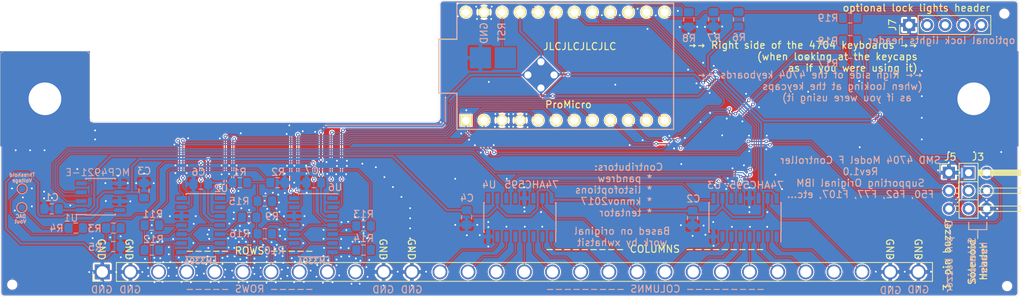
<source format=kicad_pcb>
(kicad_pcb (version 20171130) (host pcbnew 5.1.6+dfsg1-1~bpo10+1)
  (title_block (title "TH-XWhatsIt Controller pcb and optional plugboards") (date 2020-01-31) (rev 0.0.3) (company "Rainy Day Plans") (comment 1 "if plugboards are not needed, delete them ") (comment 4 "Licenced under CERN OHL Version 1.2"))
  (layers (0 F.Cu jumper) (31 B.Cu signal) (34 B.Paste user hide) (35 F.Paste user hide) (36 B.SilkS user) (37 F.SilkS user) (38 B.Mask user hide) (39 F.Mask user hide) (44 Edge.Cuts user))
  (net 0 "")
  (net 1 COL1)
  (net 2 COL2)
  (net 3 COL3)
  (net 4 COL4)
  (net 5 COL5)
  (net 6 COL6)
  (net 7 COL7)
  (net 8 COL8)
  (net 9 COL9)
  (net 10 COL10)
  (net 11 COL11)
  (net 12 COL12)
  (net 13 COL13)
  (net 14 COL14)
  (net 15 COL15)
  (net 16 COL16)
  (net 17 SENSE1)
  (net 18 SENSE2)
  (net 19 SENSE3)
  (net 20 SENSE4)
  (net 21 SETPOINT)
  (net 22 "Net-(R4-Pad2)")
  (net 23 ROW4)
  (net 24 ROW3)
  (net 25 ROW2)
  (net 26 ROW1)
  (net 27 LOADCOL)
  (net 28 CLOCK)
  (net 29 SERIALOUT1)
  (net 30 MOSI)
  (net 31 ~SELECTDAC)
  (net 32 +5VA)
  (net 33 BIAS)
  (net 34 RST)
  (net 35 +5VD)
  (net 36 "Net-(U5-Pad24)")
  (net 37 "Net-(R8-Pad1)")
  (net 38 GND)
  (net 39 SENSE8)
  (net 40 SENSE6)
  (net 41 SENSE7)
  (net 42 SENSE5)
  (net 43 +5VL)
  (net 44 VCC)
  (net 45 "Net-(U4-Pad9)")
  (net 46 ROW6)
  (net 47 ROW8)
  (net 48 ROW7)
  (net 49 ROW5)
  (net 50 HEADER2_CAPSLCK)
  (net 51 HEADER4_TRIGGER)
  (net 52 HEADER1_NUMLCK)
  (net 53 HEADER3_ENABLE)
  (net 54 HEADER5_SCRLCK)
  (net 55 "Net-(J7-Pad4)")
  (net 56 "Net-(J7-Pad3)")
  (net 57 "Net-(J7-Pad2)")
  (module TH-XWhatsIt:SolenoidPinheaderNoCourtyard (layer F.Cu) (at 189.97 130.42)
    (fp_text reference J3 (at 1.33 -2.22) (layer F.SilkS))
    (fp_text value "EXPANSION HEADER" hide)
    (pad 1 thru_hole rect (at 0 0) (size 1.7 1.7) (drill 1) (layers *.Cu *.Mask) (net 43 +5VL))
    (pad 2 thru_hole oval (at 2.54 0) (size 1.7 1.7) (drill 1) (layers *.Cu *.Mask) (net 53 HEADER3_ENABLE))
    (pad 3 thru_hole oval (at 0 2.54) (size 1.7 1.7) (drill 1) (layers *.Cu *.Mask) (net 52 HEADER1_NUMLCK))
    (pad 4 thru_hole oval (at 2.54 2.54) (size 1.7 1.7) (drill 1) (layers *.Cu *.Mask) (net 51 HEADER4_TRIGGER))
    (pad 5 thru_hole oval (at 0 5.08) (size 1.7 1.7) (drill 1) (layers *.Cu *.Mask) (net 50 HEADER2_CAPSLCK))
    (pad 6 thru_hole oval (at 2.54 5.08) (size 1.7 1.7) (drill 1) (layers *.Cu *.Mask) (net 38 GND))
  )
  (module TH-XWhatsIt:kishsaver_mounting_hole (layer F.Cu) (at 190.7 120)
    (fp_text reference H2 hide)
    (fp_text value MountingHole_Pad)
    (pad 1 thru_hole rect (at 0 0) (size 12.6 13.4) (drill 4.6) (layers *.Cu *.Mask) (net 38 GND))
  )
  (module TH-XWhatsIt:kishsaver_mounting_hole (layer F.Cu) (at 60 120)
    (fp_text reference H1 hide)
    (fp_text value MountingHole_Pad)
    (pad 1 thru_hole rect (at 0 0) (size 12.6 13.4) (drill 4.6) (layers *.Cu *.Mask) (net 38 GND))
  )
  (module Connector_PinHeader_2.54mm:PinHeader_1x05_P2.54mm_Vertical (layer F.Cu) (at 181.6 109.6 90)
    (fp_text reference J7 (at 0 -2.33 90) (layer F.SilkS))
    (fp_text value Conn_01x05)
    (pad 5 thru_hole oval (at 0 10.16 90) (size 1.7 1.7) (drill 1) (layers *.Cu *.Mask) (net 43 +5VL))
    (pad 4 thru_hole oval (at 0 7.62 90) (size 1.7 1.7) (drill 1) (layers *.Cu *.Mask) (net 55 "Net-(J7-Pad4)"))
    (pad 3 thru_hole oval (at 0 5.08 90) (size 1.7 1.7) (drill 1) (layers *.Cu *.Mask) (net 56 "Net-(J7-Pad3)"))
    (pad 2 thru_hole oval (at 0 2.54 90) (size 1.7 1.7) (drill 1) (layers *.Cu *.Mask) (net 57 "Net-(J7-Pad2)"))
    (pad 1 thru_hole rect (at 0 0 90) (size 1.7 1.7) (drill 1) (layers *.Cu *.Mask) (net 38 GND))
  )
  (module Connector_PinHeader_2.54mm:PinHeader_1x03_P2.54mm_Horizontal (layer F.Cu) (at 187.2 130.42)
    (fp_text reference J5 (at 0.2 -2.22) (layer F.SilkS))
    (fp_text value Conn_01x03)
    (pad 1 thru_hole rect (at 0 0) (size 1.7 1.7) (drill 1) (layers *.Cu *.Mask) (net 38 GND))
    (pad 2 thru_hole oval (at 0 2.54) (size 1.7 1.7) (drill 1) (layers *.Cu *.Mask) (net 51 HEADER4_TRIGGER))
    (pad 3 thru_hole oval (at 0 5.08) (size 1.7 1.7) (drill 1) (layers *.Cu *.Mask) (net 43 +5VL))
  )
  (module TH-XWhatsIt:tooling_hole (layer F.Cu) (at 55.4 146.2)
    (fp_text reference H6 hide)
    (fp_text value SMTAssemblyToolingHole hide)
    (pad "" np_thru_hole circle (at 0 0) (size 1.152 1.152) (drill 1.152) (layers *.Cu *.Mask))
  )
  (module TH-XWhatsIt:tooling_hole (layer F.Cu) (at 195 108)
    (fp_text reference H5 hide)
    (fp_text value SMTAssemblyToolingHole hide)
    (pad "" np_thru_hole circle (at 0 0) (size 1.152 1.152) (drill 1.152) (layers *.Cu *.Mask))
  )
  (module TH-XWhatsIt:tooling_hole (layer F.Cu) (at 195.4 146.4)
    (fp_text reference H4 hide)
    (fp_text value SMTAssemblyToolingHole hide)
    (pad "" np_thru_hole circle (at 0 0) (size 1.152 1.152) (drill 1.152) (layers *.Cu *.Mask))
  )
  (module Resistor_SMD:R_0805_2012Metric_Pad1.15x1.40mm_HandSolder (layer B.Cu) (at 173.3 108.6 180)
    (fp_text reference R19 (at 3.11 -0.01) (layer B.SilkS) (effects (justify mirror)))
    (fp_text value 330)
    (pad 2 smd roundrect (at 1.025 0 180) (size 1.15 1.4) (layers B.Cu B.Paste B.Mask) (roundrect_rratio 0.217391) (net 54 HEADER5_SCRLCK))
    (pad 1 smd roundrect (at -1.025 0 180) (size 1.15 1.4) (layers B.Cu B.Paste B.Mask) (roundrect_rratio 0.217391) (net 57 "Net-(J7-Pad2)"))
  )
  (module Resistor_SMD:R_0805_2012Metric_Pad1.15x1.40mm_HandSolder (layer B.Cu) (at 173.3 111.8 180)
    (fp_text reference R18 (at 3.12 -0.06) (layer B.SilkS) (effects (justify mirror)))
    (fp_text value 330)
    (pad 2 smd roundrect (at 1.025 0 180) (size 1.15 1.4) (layers B.Cu B.Paste B.Mask) (roundrect_rratio 0.217391) (net 52 HEADER1_NUMLCK))
    (pad 1 smd roundrect (at -1.025 0 180) (size 1.15 1.4) (layers B.Cu B.Paste B.Mask) (roundrect_rratio 0.217391) (net 56 "Net-(J7-Pad3)"))
  )
  (module Resistor_SMD:R_0805_2012Metric_Pad1.15x1.40mm_HandSolder (layer B.Cu) (at 173.3 115 180)
    (fp_text reference R17 (at 3.1 0 180) (layer B.SilkS) (effects (justify mirror)))
    (fp_text value 330)
    (pad 2 smd roundrect (at 1.025 0 180) (size 1.15 1.4) (layers B.Cu B.Paste B.Mask) (roundrect_rratio 0.217391) (net 50 HEADER2_CAPSLCK))
    (pad 1 smd roundrect (at -1.025 0 180) (size 1.15 1.4) (layers B.Cu B.Paste B.Mask) (roundrect_rratio 0.217391) (net 55 "Net-(J7-Pad4)"))
  )
  (module Package_SO:SOIC-14_3.9x8.7mm_P1.27mm (layer B.Cu) (at 97.765 137.82 180)
    (fp_text reference U6 (at -3.07 5.33) (layer B.SilkS) (effects (justify mirror)))
    (fp_text value LM339A (at -0.09 -5.07) (layer B.SilkS) (effects (font (size 0.8 0.8)) (justify mirror)))
    (pad 14 smd rect (at 2.7 3.81 180) (size 1.5 0.6) (layers B.Cu B.Paste B.Mask) (net 48 ROW7))
    (pad 13 smd rect (at 2.7 2.54 180) (size 1.5 0.6) (layers B.Cu B.Paste B.Mask) (net 49 ROW5))
    (pad 12 smd rect (at 2.7 1.27 180) (size 1.5 0.6) (layers B.Cu B.Paste B.Mask) (net 38 GND))
    (pad 11 smd rect (at 2.7 0 180) (size 1.5 0.6) (layers B.Cu B.Paste B.Mask) (net 42 SENSE5))
    (pad 10 smd rect (at 2.7 -1.27 180) (size 1.5 0.6) (layers B.Cu B.Paste B.Mask) (net 21 SETPOINT))
    (pad 9 smd rect (at 2.7 -2.54 180) (size 1.5 0.6) (layers B.Cu B.Paste B.Mask) (net 41 SENSE7))
    (pad 8 smd rect (at 2.7 -3.81 180) (size 1.5 0.6) (layers B.Cu B.Paste B.Mask) (net 21 SETPOINT))
    (pad 7 smd rect (at -2.7 -3.81 180) (size 1.5 0.6) (layers B.Cu B.Paste B.Mask) (net 40 SENSE6))
    (pad 6 smd rect (at -2.7 -2.54 180) (size 1.5 0.6) (layers B.Cu B.Paste B.Mask) (net 21 SETPOINT))
    (pad 5 smd rect (at -2.7 -1.27 180) (size 1.5 0.6) (layers B.Cu B.Paste B.Mask) (net 39 SENSE8))
    (pad 4 smd rect (at -2.7 0 180) (size 1.5 0.6) (layers B.Cu B.Paste B.Mask) (net 21 SETPOINT))
    (pad 3 smd rect (at -2.7 1.27 180) (size 1.5 0.6) (layers B.Cu B.Paste B.Mask) (net 32 +5VA))
    (pad 2 smd rect (at -2.7 2.54 180) (size 1.5 0.6) (layers B.Cu B.Paste B.Mask) (net 47 ROW8))
    (pad 1 smd rect (at -2.7 3.81 180) (size 1.5 0.6) (layers B.Cu B.Paste B.Mask) (net 46 ROW6))
  )
  (module Resistor_SMD:R_0805_2012Metric_Pad1.15x1.40mm_HandSolder (layer B.Cu) (at 90.935 139.02)
    (fp_text reference R16 (at -3.54 -0.01) (layer B.SilkS) (effects (justify mirror)))
    (fp_text value "100k 1%")
    (pad 2 smd roundrect (at 1.025 0) (size 1.15 1.4) (layers B.Cu B.Paste B.Mask) (roundrect_rratio 0.217391) (net 41 SENSE7))
    (pad 1 smd roundrect (at -1.025 0) (size 1.15 1.4) (layers B.Cu B.Paste B.Mask) (roundrect_rratio 0.217391) (net 33 BIAS))
  )
  (module Resistor_SMD:R_0805_2012Metric_Pad1.15x1.40mm_HandSolder (layer B.Cu) (at 90.935 134.42)
    (fp_text reference R15 (at -3.61 0.03) (layer B.SilkS) (effects (justify mirror)))
    (fp_text value "100k 1%")
    (pad 2 smd roundrect (at 1.025 0) (size 1.15 1.4) (layers B.Cu B.Paste B.Mask) (roundrect_rratio 0.217391) (net 42 SENSE5))
    (pad 1 smd roundrect (at -1.025 0) (size 1.15 1.4) (layers B.Cu B.Paste B.Mask) (roundrect_rratio 0.217391) (net 33 BIAS))
  )
  (module Resistor_SMD:R_0805_2012Metric_Pad1.15x1.40mm_HandSolder (layer B.Cu) (at 104.835 141.32 180)
    (fp_text reference R14 (at 0 1.65) (layer B.SilkS) (effects (justify mirror)))
    (fp_text value "100k 1%")
    (pad 2 smd roundrect (at 1.025 0 180) (size 1.15 1.4) (layers B.Cu B.Paste B.Mask) (roundrect_rratio 0.217391) (net 40 SENSE6))
    (pad 1 smd roundrect (at -1.025 0 180) (size 1.15 1.4) (layers B.Cu B.Paste B.Mask) (roundrect_rratio 0.217391) (net 33 BIAS))
  )
  (module Resistor_SMD:R_0805_2012Metric_Pad1.15x1.40mm_HandSolder (layer B.Cu) (at 104.835 137.92 180)
    (fp_text reference R13 (at 0 1.65) (layer B.SilkS) (effects (justify mirror)))
    (fp_text value "100k 1%")
    (pad 2 smd roundrect (at 1.025 0 180) (size 1.15 1.4) (layers B.Cu B.Paste B.Mask) (roundrect_rratio 0.217391) (net 39 SENSE8))
    (pad 1 smd roundrect (at -1.025 0 180) (size 1.15 1.4) (layers B.Cu B.Paste B.Mask) (roundrect_rratio 0.217391) (net 33 BIAS))
  )
  (module NetTie:NetTie-4_THT_Pad1.0mm (layer F.Cu) (at 129.8 114.8 315)
    (fp_text reference NT1 hide)
    (fp_text value Net-Tie_4_Cross)
    (fp_poly (pts (xy -0.65 -0.65) (xy 3.25 -0.65) (xy 3.25 3.25) (xy -0.65 3.25)) (layer F.Cu) (width 0))
    (fp_poly (pts (xy -0.65 -0.65) (xy 3.25 -0.65) (xy 3.25 3.25) (xy -0.65 3.25)) (layer B.Cu) (width 0))
    (pad 4 thru_hole circle (at 2.6 2.6 315) (size 1.3 1.3) (drill 1) (layers *.Cu) (net 35 +5VD))
    (pad 3 thru_hole circle (at 0 2.6 315) (size 1.3 1.3) (drill 1) (layers *.Cu) (net 32 +5VA))
    (pad 2 thru_hole circle (at 2.6 0 315) (size 1.3 1.3) (drill 1) (layers *.Cu) (net 43 +5VL))
    (pad 1 thru_hole circle (at 0 0 315) (size 1.3 1.3) (drill 1) (layers *.Cu) (net 44 VCC))
  )
  (module TH-XWhatsIt:Model_F_3.96mm_pitch_footprint (layer F.Cu) (at 68.065 144.4 90)
    (fp_text reference J1 hide)
    (fp_text value "Model F Ribbon Cable" hide)
    (pad 30 thru_hole oval (at 0 114.84 90) (size 2.1 2.1) (drill 1.6) (layers *.Cu *.Mask) (net 38 GND))
    (pad 29 thru_hole oval (at 0 110.88 90) (size 2.1 2.1) (drill 1.6) (layers *.Cu *.Mask) (net 38 GND))
    (pad 28 thru_hole oval (at 0 106.92 90) (size 2.1 2.1) (drill 1.6) (layers *.Cu *.Mask) (net 1 COL1))
    (pad 27 thru_hole oval (at 0 102.96 90) (size 2.1 2.1) (drill 1.6) (layers *.Cu *.Mask) (net 2 COL2))
    (pad 26 thru_hole oval (at 0 99 90) (size 2.1 2.1) (drill 1.6) (layers *.Cu *.Mask) (net 3 COL3))
    (pad 25 thru_hole oval (at 0 95.04 90) (size 2.1 2.1) (drill 1.6) (layers *.Cu *.Mask) (net 4 COL4))
    (pad 24 thru_hole oval (at 0 91.08 90) (size 2.1 2.1) (drill 1.6) (layers *.Cu *.Mask) (net 5 COL5))
    (pad 23 thru_hole oval (at 0 87.12 90) (size 2.1 2.1) (drill 1.6) (layers *.Cu *.Mask) (net 6 COL6))
    (pad 22 thru_hole oval (at 0 83.16 90) (size 2.1 2.1) (drill 1.6) (layers *.Cu *.Mask) (net 7 COL7))
    (pad 21 thru_hole oval (at 0 79.2 90) (size 2.1 2.1) (drill 1.6) (layers *.Cu *.Mask) (net 8 COL8))
    (pad 20 thru_hole oval (at 0 75.24 90) (size 2.1 2.1) (drill 1.6) (layers *.Cu *.Mask) (net 9 COL9))
    (pad 19 thru_hole oval (at 0 71.28 90) (size 2.1 2.1) (drill 1.6) (layers *.Cu *.Mask) (net 10 COL10))
    (pad 18 thru_hole oval (at 0 67.32 90) (size 2.1 2.1) (drill 1.6) (layers *.Cu *.Mask) (net 11 COL11))
    (pad 17 thru_hole oval (at 0 63.36 90) (size 2.1 2.1) (drill 1.6) (layers *.Cu *.Mask) (net 12 COL12))
    (pad 16 thru_hole oval (at 0 59.4 90) (size 2.1 2.1) (drill 1.6) (layers *.Cu *.Mask) (net 13 COL13))
    (pad 15 thru_hole oval (at 0 55.44 90) (size 2.1 2.1) (drill 1.6) (layers *.Cu *.Mask) (net 14 COL14))
    (pad 14 thru_hole oval (at 0 51.48 90) (size 2.1 2.1) (drill 1.6) (layers *.Cu *.Mask) (net 15 COL15))
    (pad 13 thru_hole oval (at 0 47.52 90) (size 2.1 2.1) (drill 1.6) (layers *.Cu *.Mask) (net 16 COL16))
    (pad 12 thru_hole oval (at 0 43.56 90) (size 2.1 2.1) (drill 1.6) (layers *.Cu *.Mask) (net 38 GND))
    (pad 11 thru_hole oval (at 0 39.6 90) (size 2.1 2.1) (drill 1.6) (layers *.Cu *.Mask) (net 38 GND))
    (pad 10 thru_hole oval (at 0 35.64 90) (size 2.1 2.1) (drill 1.6) (layers *.Cu *.Mask) (net 39 SENSE8))
    (pad 9 thru_hole oval (at 0 31.68 90) (size 2.1 2.1) (drill 1.6) (layers *.Cu *.Mask) (net 40 SENSE6))
    (pad 8 thru_hole oval (at 0 27.72 90) (size 2.1 2.1) (drill 1.6) (layers *.Cu *.Mask) (net 41 SENSE7))
    (pad 7 thru_hole oval (at 0 23.76 90) (size 2.1 2.1) (drill 1.6) (layers *.Cu *.Mask) (net 42 SENSE5))
    (pad 6 thru_hole oval (at 0 19.8 90) (size 2.1 2.1) (drill 1.6) (layers *.Cu *.Mask) (net 20 SENSE4))
    (pad 5 thru_hole oval (at 0 15.84 90) (size 2.1 2.1) (drill 1.6) (layers *.Cu *.Mask) (net 19 SENSE3))
    (pad 4 thru_hole oval (at 0 11.88 90) (size 2.1 2.1) (drill 1.6) (layers *.Cu *.Mask) (net 18 SENSE2))
    (pad 3 thru_hole oval (at 0 7.92 90) (size 2.1 2.1) (drill 1.6) (layers *.Cu *.Mask) (net 17 SENSE1))
    (pad 2 thru_hole oval (at 0 3.96 90) (size 2.1 2.1) (drill 1.6) (layers *.Cu *.Mask) (net 38 GND))
    (pad 1 thru_hole rect (at 0 0 90) (size 2.1 2.1) (drill 1.6) (layers *.Cu *.Mask) (net 38 GND))
  )
  (module Capacitor_SMD:C_0805_2012Metric_Pad1.15x1.40mm_HandSolder (layer B.Cu) (at 97.835 131.82)
    (fp_text reference C7 (at -0.27 -1.7) (layer B.SilkS) (effects (justify mirror)))
    (fp_text value 0U1)
    (pad 2 smd roundrect (at 1.025 0) (size 1.15 1.4) (layers B.Cu B.Paste B.Mask) (roundrect_rratio 0.217391) (net 32 +5VA))
    (pad 1 smd roundrect (at -1.025 0) (size 1.15 1.4) (layers B.Cu B.Paste B.Mask) (roundrect_rratio 0.217391) (net 38 GND))
  )
  (module Resistor_SMD:R_0805_2012Metric_Pad1.15x1.40mm_HandSolder (layer B.Cu) (at 88.735 136.72 180)
    (fp_text reference R9 (at -3.21 0.15) (layer B.SilkS) (effects (justify mirror)))
    (fp_text value "100k 1%")
    (pad 2 smd roundrect (at 1.025 0 180) (size 1.15 1.4) (layers B.Cu B.Paste B.Mask) (roundrect_rratio 0.217391) (net 20 SENSE4))
    (pad 1 smd roundrect (at -1.025 0 180) (size 1.15 1.4) (layers B.Cu B.Paste B.Mask) (roundrect_rratio 0.217391) (net 33 BIAS))
  )
  (module Resistor_SMD:R_0805_2012Metric_Pad1.15x1.40mm_HandSolder (layer B.Cu) (at 75.035 141.32)
    (fp_text reference R12 (at 0.23 -1.51) (layer B.SilkS) (effects (justify mirror)))
    (fp_text value "100k 1%")
    (pad 2 smd roundrect (at 1.025 0) (size 1.15 1.4) (layers B.Cu B.Paste B.Mask) (roundrect_rratio 0.217391) (net 18 SENSE2))
    (pad 1 smd roundrect (at -1.025 0) (size 1.15 1.4) (layers B.Cu B.Paste B.Mask) (roundrect_rratio 0.217391) (net 33 BIAS))
  )
  (module Resistor_SMD:R_0805_2012Metric_Pad1.15x1.40mm_HandSolder (layer B.Cu) (at 75.035 137.82)
    (fp_text reference R11 (at 0.14 -1.57) (layer B.SilkS) (effects (justify mirror)))
    (fp_text value "100k 1%")
    (pad 2 smd roundrect (at 1.025 0) (size 1.15 1.4) (layers B.Cu B.Paste B.Mask) (roundrect_rratio 0.217391) (net 17 SENSE1))
    (pad 1 smd roundrect (at -1.025 0) (size 1.15 1.4) (layers B.Cu B.Paste B.Mask) (roundrect_rratio 0.217391) (net 33 BIAS))
  )
  (module Resistor_SMD:R_0805_2012Metric_Pad1.15x1.40mm_HandSolder (layer B.Cu) (at 88.735 141.32 180)
    (fp_text reference R10 (at -3.54 -0.09) (layer B.SilkS) (effects (justify mirror)))
    (fp_text value "100k 1%")
    (pad 2 smd roundrect (at 1.025 0 180) (size 1.15 1.4) (layers B.Cu B.Paste B.Mask) (roundrect_rratio 0.217391) (net 19 SENSE3))
    (pad 1 smd roundrect (at -1.025 0 180) (size 1.15 1.4) (layers B.Cu B.Paste B.Mask) (roundrect_rratio 0.217391) (net 33 BIAS))
  )
  (module TH-XWhatsIt:PadsToShort (layer B.Cu) (at 123.03 111.34 180)
    (fp_text reference J2 hide)
    (fp_text value PadsToShort)
    (pad 2 smd rect (at 1.75 -2.88 180) (size 3 3) (layers B.Cu B.Paste B.Mask) (net 38 GND))
    (pad 1 smd rect (at -1.75 -2.88 180) (size 3 3) (layers B.Cu B.Paste B.Mask) (net 34 RST))
  )
  (module Package_SO:SOIC-14_3.9x8.7mm_P1.27mm (layer B.Cu) (at 81.925 137.82 180)
    (fp_text reference U2 (at -2.86 5.2) (layer B.SilkS) (effects (justify mirror)))
    (fp_text value LM339A (at 0.01 -5.07) (layer B.SilkS) (effects (font (size 0.8 0.8)) (justify mirror)))
    (pad 14 smd rect (at 2.7 3.81 180) (size 1.5 0.6) (layers B.Cu B.Paste B.Mask) (net 25 ROW2))
    (pad 13 smd rect (at 2.7 2.54 180) (size 1.5 0.6) (layers B.Cu B.Paste B.Mask) (net 26 ROW1))
    (pad 12 smd rect (at 2.7 1.27 180) (size 1.5 0.6) (layers B.Cu B.Paste B.Mask) (net 38 GND))
    (pad 11 smd rect (at 2.7 0 180) (size 1.5 0.6) (layers B.Cu B.Paste B.Mask) (net 17 SENSE1))
    (pad 10 smd rect (at 2.7 -1.27 180) (size 1.5 0.6) (layers B.Cu B.Paste B.Mask) (net 21 SETPOINT))
    (pad 9 smd rect (at 2.7 -2.54 180) (size 1.5 0.6) (layers B.Cu B.Paste B.Mask) (net 18 SENSE2))
    (pad 8 smd rect (at 2.7 -3.81 180) (size 1.5 0.6) (layers B.Cu B.Paste B.Mask) (net 21 SETPOINT))
    (pad 7 smd rect (at -2.7 -3.81 180) (size 1.5 0.6) (layers B.Cu B.Paste B.Mask) (net 19 SENSE3))
    (pad 6 smd rect (at -2.7 -2.54 180) (size 1.5 0.6) (layers B.Cu B.Paste B.Mask) (net 21 SETPOINT))
    (pad 5 smd rect (at -2.7 -1.27 180) (size 1.5 0.6) (layers B.Cu B.Paste B.Mask) (net 20 SENSE4))
    (pad 4 smd rect (at -2.7 0 180) (size 1.5 0.6) (layers B.Cu B.Paste B.Mask) (net 21 SETPOINT))
    (pad 3 smd rect (at -2.7 1.27 180) (size 1.5 0.6) (layers B.Cu B.Paste B.Mask) (net 32 +5VA))
    (pad 2 smd rect (at -2.7 2.54 180) (size 1.5 0.6) (layers B.Cu B.Paste B.Mask) (net 23 ROW4))
    (pad 1 smd rect (at -2.7 3.81 180) (size 1.5 0.6) (layers B.Cu B.Paste B.Mask) (net 24 ROW3))
  )
  (module Capacitor_SMD:C_0805_2012Metric_Pad1.15x1.40mm_HandSolder (layer B.Cu) (at 73.935 132.92 270)
    (fp_text reference C3 (at -2.74 -0.03) (layer B.SilkS) (effects (justify mirror)))
    (fp_text value 0U1)
    (pad 2 smd roundrect (at 1.025 0 270) (size 1.15 1.4) (layers B.Cu B.Paste B.Mask) (roundrect_rratio 0.217391) (net 32 +5VA))
    (pad 1 smd roundrect (at -1.025 0 270) (size 1.15 1.4) (layers B.Cu B.Paste B.Mask) (roundrect_rratio 0.217391) (net 38 GND))
  )
  (module TestPoint:TestPoint_Pad_D1.0mm (layer B.Cu) (at 56.795 132.685)
    (fp_text reference TP2 hide)
    (fp_text value "Threshold Voltage")
    (pad 1 smd circle (at 0 0) (size 1 1) (layers B.Cu B.Mask) (net 21 SETPOINT))
  )
  (module TestPoint:TestPoint_Pad_D1.0mm (layer B.Cu) (at 56.745 135.335)
    (fp_text reference TP1 hide)
    (fp_text value "Dac Output")
    (pad 1 smd circle (at 0 0) (size 1 1) (layers B.Cu B.Mask) (net 22 "Net-(R4-Pad2)"))
  )
  (module promicro:ProMicro (layer F.Cu) (at 133.217 115.41338)
    (fp_text reference U5 hide)
    (fp_text value ProMicro (at 0.4431 5.40662) (layer F.SilkS))
    (pad 1 thru_hole rect (at -13.97 7.62) (size 1.6 1.6) (drill 1.1) (layers *.Cu *.Mask F.SilkS) (net 53 HEADER3_ENABLE))
    (pad 2 thru_hole circle (at -11.43 7.62) (size 1.6 1.6) (drill 1.1) (layers *.Cu *.Mask F.SilkS) (net 51 HEADER4_TRIGGER))
    (pad 3 thru_hole circle (at -8.89 7.62) (size 1.6 1.6) (drill 1.1) (layers *.Cu *.Mask F.SilkS) (net 38 GND))
    (pad 4 thru_hole circle (at -6.35 7.62) (size 1.6 1.6) (drill 1.1) (layers *.Cu *.Mask F.SilkS) (net 38 GND))
    (pad 5 thru_hole circle (at -3.81 7.62) (size 1.6 1.6) (drill 1.1) (layers *.Cu *.Mask F.SilkS) (net 25 ROW2))
    (pad 6 thru_hole circle (at -1.27 7.62) (size 1.6 1.6) (drill 1.1) (layers *.Cu *.Mask F.SilkS) (net 26 ROW1))
    (pad 7 thru_hole circle (at 1.27 7.62) (size 1.6 1.6) (drill 1.1) (layers *.Cu *.Mask F.SilkS) (net 23 ROW4))
    (pad 8 thru_hole circle (at 3.81 7.62) (size 1.6 1.6) (drill 1.1) (layers *.Cu *.Mask F.SilkS) (net 24 ROW3))
    (pad 9 thru_hole circle (at 6.35 7.62) (size 1.6 1.6) (drill 1.1) (layers *.Cu *.Mask F.SilkS) (net 52 HEADER1_NUMLCK))
    (pad 10 thru_hole circle (at 8.89 7.62) (size 1.6 1.6) (drill 1.1) (layers *.Cu *.Mask F.SilkS) (net 50 HEADER2_CAPSLCK))
    (pad 11 thru_hole circle (at 11.43 7.62) (size 1.6 1.6) (drill 1.1) (layers *.Cu *.Mask F.SilkS) (net 49 ROW5))
    (pad 12 thru_hole circle (at 13.97 7.62) (size 1.6 1.6) (drill 1.1) (layers *.Cu *.Mask F.SilkS) (net 46 ROW6))
    (pad 13 thru_hole circle (at 13.97 -7.62) (size 1.6 1.6) (drill 1.1) (layers *.Cu *.Mask F.SilkS) (net 54 HEADER5_SCRLCK))
    (pad 14 thru_hole circle (at 11.43 -7.62) (size 1.6 1.6) (drill 1.1) (layers *.Cu *.Mask F.SilkS) (net 30 MOSI))
    (pad 15 thru_hole circle (at 8.89 -7.62) (size 1.6 1.6) (drill 1.1) (layers *.Cu *.Mask F.SilkS) (net 37 "Net-(R8-Pad1)"))
    (pad 16 thru_hole circle (at 6.35 -7.62) (size 1.6 1.6) (drill 1.1) (layers *.Cu *.Mask F.SilkS) (net 28 CLOCK))
    (pad 17 thru_hole circle (at 3.81 -7.62) (size 1.6 1.6) (drill 1.1) (layers *.Cu *.Mask F.SilkS) (net 27 LOADCOL))
    (pad 18 thru_hole circle (at 1.27 -7.62) (size 1.6 1.6) (drill 1.1) (layers *.Cu *.Mask F.SilkS) (net 31 ~SELECTDAC))
    (pad 19 thru_hole circle (at -1.27 -7.62) (size 1.6 1.6) (drill 1.1) (layers *.Cu *.Mask F.SilkS) (net 47 ROW8))
    (pad 20 thru_hole circle (at -3.81 -7.62) (size 1.6 1.6) (drill 1.1) (layers *.Cu *.Mask F.SilkS) (net 48 ROW7))
    (pad 21 thru_hole circle (at -6.35 -7.62) (size 1.6 1.6) (drill 1.1) (layers *.Cu *.Mask F.SilkS) (net 44 VCC))
    (pad 22 thru_hole circle (at -8.89 -7.62) (size 1.6 1.6) (drill 1.1) (layers *.Cu *.Mask F.SilkS) (net 34 RST))
    (pad 23 thru_hole circle (at -11.43 -7.62) (size 1.6 1.6) (drill 1.1) (layers *.Cu *.Mask F.SilkS) (net 38 GND))
    (pad 24 thru_hole circle (at -13.97 -7.62) (size 1.6 1.6) (drill 1.1) (layers *.Cu *.Mask F.SilkS) (net 36 "Net-(U5-Pad24)"))
  )
  (module Resistor_SMD:R_0805_2012Metric_Pad1.15x1.40mm_HandSolder (layer B.Cu) (at 150.6 108.82 270)
    (fp_text reference R8 (at 2.66 -0.03) (layer B.SilkS) (effects (justify mirror)))
    (fp_text value "Not Mounted")
    (pad 2 smd roundrect (at 1.025 0 270) (size 1.15 1.4) (layers B.Cu B.Paste B.Mask) (roundrect_rratio 0.217391) (net 38 GND))
    (pad 1 smd roundrect (at -1.025 0 270) (size 1.15 1.4) (layers B.Cu B.Paste B.Mask) (roundrect_rratio 0.217391) (net 37 "Net-(R8-Pad1)"))
  )
  (module Resistor_SMD:R_0805_2012Metric_Pad1.15x1.40mm_HandSolder (layer B.Cu) (at 157.6 108.8 90)
    (fp_text reference R6 (at -2.54 0.06) (layer B.SilkS) (effects (justify mirror)))
    (fp_text value "Not Mounted")
    (pad 2 smd roundrect (at 1.025 0 90) (size 1.15 1.4) (layers B.Cu B.Paste B.Mask) (roundrect_rratio 0.217391) (net 54 HEADER5_SCRLCK))
    (pad 1 smd roundrect (at -1.025 0 90) (size 1.15 1.4) (layers B.Cu B.Paste B.Mask) (roundrect_rratio 0.217391) (net 35 +5VD))
  )
  (module Resistor_SMD:R_0805_2012Metric_Pad1.15x1.40mm_HandSolder (layer B.Cu) (at 154.1 108.8 270)
    (fp_text reference R7 (at 2.63 -0.03) (layer B.SilkS) (effects (justify mirror)))
    (fp_text value "Not Mounted")
    (pad 2 smd roundrect (at 1.025 0 270) (size 1.15 1.4) (layers B.Cu B.Paste B.Mask) (roundrect_rratio 0.217391) (net 38 GND))
    (pad 1 smd roundrect (at -1.025 0 270) (size 1.15 1.4) (layers B.Cu B.Paste B.Mask) (roundrect_rratio 0.217391) (net 54 HEADER5_SCRLCK))
  )
  (module Resistor_SMD:R_0805_2012Metric_Pad1.15x1.40mm_HandSolder (layer B.Cu) (at 69.635 140.82 180)
    (fp_text reference R5 (at 2.59 -0.08) (layer B.SilkS) (effects (justify mirror)))
    (fp_text value 4K7)
    (pad 2 smd roundrect (at 1.025 0 180) (size 1.15 1.4) (layers B.Cu B.Paste B.Mask) (roundrect_rratio 0.217391) (net 21 SETPOINT))
    (pad 1 smd roundrect (at -1.025 0 180) (size 1.15 1.4) (layers B.Cu B.Paste B.Mask) (roundrect_rratio 0.217391) (net 38 GND))
  )
  (module Resistor_SMD:R_0805_2012Metric_Pad1.15x1.40mm_HandSolder (layer B.Cu) (at 64.335 138.22 180)
    (fp_text reference R4 (at 2.71 -0.02) (layer B.SilkS) (effects (justify mirror)))
    (fp_text value 20K)
    (pad 2 smd roundrect (at 1.025 0 180) (size 1.15 1.4) (layers B.Cu B.Paste B.Mask) (roundrect_rratio 0.217391) (net 22 "Net-(R4-Pad2)"))
    (pad 1 smd roundrect (at -1.025 0 180) (size 1.15 1.4) (layers B.Cu B.Paste B.Mask) (roundrect_rratio 0.217391) (net 21 SETPOINT))
  )
  (module Resistor_SMD:R_0805_2012Metric_Pad1.15x1.40mm_HandSolder (layer B.Cu) (at 69.635 138.22)
    (fp_text reference R3 (at -2.65 0.07) (layer B.SilkS) (effects (justify mirror)))
    (fp_text value 20K)
    (pad 2 smd roundrect (at 1.025 0) (size 1.15 1.4) (layers B.Cu B.Paste B.Mask) (roundrect_rratio 0.217391) (net 32 +5VA))
    (pad 1 smd roundrect (at -1.025 0) (size 1.15 1.4) (layers B.Cu B.Paste B.Mask) (roundrect_rratio 0.217391) (net 21 SETPOINT))
  )
  (module Resistor_SMD:R_0805_2012Metric_Pad1.15x1.40mm_HandSolder (layer B.Cu) (at 92.735 131.82 180)
    (fp_text reference R2 (at -0.07 1.5) (layer B.SilkS) (effects (justify mirror)))
    (fp_text value 1K)
    (pad 2 smd roundrect (at 1.025 0 180) (size 1.15 1.4) (layers B.Cu B.Paste B.Mask) (roundrect_rratio 0.217391) (net 33 BIAS))
    (pad 1 smd roundrect (at -1.025 0 180) (size 1.15 1.4) (layers B.Cu B.Paste B.Mask) (roundrect_rratio 0.217391) (net 38 GND))
  )
  (module Resistor_SMD:R_0805_2012Metric_Pad1.15x1.40mm_HandSolder (layer B.Cu) (at 87.435 131.82)
    (fp_text reference R1 (at -0.03 -1.5) (layer B.SilkS) (effects (justify mirror)))
    (fp_text value 4K7)
    (pad 2 smd roundrect (at 1.025 0) (size 1.15 1.4) (layers B.Cu B.Paste B.Mask) (roundrect_rratio 0.217391) (net 33 BIAS))
    (pad 1 smd roundrect (at -1.025 0) (size 1.15 1.4) (layers B.Cu B.Paste B.Mask) (roundrect_rratio 0.217391) (net 32 +5VA))
  )
  (module Capacitor_SMD:C_0805_2012Metric_Pad1.15x1.40mm_HandSolder (layer B.Cu) (at 81.935 132.02)
    (fp_text reference C6 (at -0.33 -1.69) (layer B.SilkS) (effects (justify mirror)))
    (fp_text value 0U1)
    (pad 2 smd roundrect (at 1.025 0) (size 1.15 1.4) (layers B.Cu B.Paste B.Mask) (roundrect_rratio 0.217391) (net 32 +5VA))
    (pad 1 smd roundrect (at -1.025 0) (size 1.15 1.4) (layers B.Cu B.Paste B.Mask) (roundrect_rratio 0.217391) (net 38 GND))
  )
  (module Capacitor_SMD:C_0805_2012Metric_Pad1.15x1.40mm_HandSolder (layer B.Cu) (at 119.335 136.72 90)
    (fp_text reference C4 (at 2.73304 0.04928) (layer B.SilkS) (effects (justify mirror)))
    (fp_text value 0U1)
    (pad 2 smd roundrect (at 1.025 0 90) (size 1.15 1.4) (layers B.Cu B.Paste B.Mask) (roundrect_rratio 0.217391) (net 35 +5VD))
    (pad 1 smd roundrect (at -1.025 0 90) (size 1.15 1.4) (layers B.Cu B.Paste B.Mask) (roundrect_rratio 0.217391) (net 38 GND))
  )
  (module Capacitor_SMD:C_0805_2012Metric_Pad1.15x1.40mm_HandSolder (layer B.Cu) (at 151.135 136.82 90)
    (fp_text reference C2 (at 2.72542 0.10516) (layer B.SilkS) (effects (justify mirror)))
    (fp_text value 0U1)
    (pad 2 smd roundrect (at 1.025 0 90) (size 1.15 1.4) (layers B.Cu B.Paste B.Mask) (roundrect_rratio 0.217391) (net 35 +5VD))
    (pad 1 smd roundrect (at -1.025 0 90) (size 1.15 1.4) (layers B.Cu B.Paste B.Mask) (roundrect_rratio 0.217391) (net 38 GND))
  )
  (module Capacitor_SMD:C_0805_2012Metric_Pad1.15x1.40mm_HandSolder (layer B.Cu) (at 60.935 135.52)
    (fp_text reference C1 (at 0.04826 -1.63068) (layer B.SilkS) (effects (justify mirror)))
    (fp_text value 0U1)
    (pad 2 smd roundrect (at 1.025 0) (size 1.15 1.4) (layers B.Cu B.Paste B.Mask) (roundrect_rratio 0.217391) (net 35 +5VD))
    (pad 1 smd roundrect (at -1.025 0) (size 1.15 1.4) (layers B.Cu B.Paste B.Mask) (roundrect_rratio 0.217391) (net 38 GND))
  )
  (module Package_SO:SOIC-16_3.9x9.9mm_P1.27mm (layer B.Cu) (at 126.83 136.72 90)
    (fp_text reference U4 (at 4.61264 -4.32816) (layer B.SilkS) (effects (justify mirror)))
    (fp_text value 74AHC595 (at 4.61264 1.66116) (layer B.SilkS) (effects (justify mirror)))
    (pad 16 smd rect (at 2.7 4.445 90) (size 1.5 0.6) (layers B.Cu B.Paste B.Mask) (net 35 +5VD))
    (pad 15 smd rect (at 2.7 3.175 90) (size 1.5 0.6) (layers B.Cu B.Paste B.Mask) (net 9 COL9))
    (pad 14 smd rect (at 2.7 1.905 90) (size 1.5 0.6) (layers B.Cu B.Paste B.Mask) (net 29 SERIALOUT1))
    (pad 13 smd rect (at 2.7 0.635 90) (size 1.5 0.6) (layers B.Cu B.Paste B.Mask) (net 38 GND))
    (pad 12 smd rect (at 2.7 -0.635 90) (size 1.5 0.6) (layers B.Cu B.Paste B.Mask) (net 27 LOADCOL))
    (pad 11 smd rect (at 2.7 -1.905 90) (size 1.5 0.6) (layers B.Cu B.Paste B.Mask) (net 28 CLOCK))
    (pad 10 smd rect (at 2.7 -3.175 90) (size 1.5 0.6) (layers B.Cu B.Paste B.Mask) (net 35 +5VD))
    (pad 9 smd rect (at 2.7 -4.445 90) (size 1.5 0.6) (layers B.Cu B.Paste B.Mask) (net 45 "Net-(U4-Pad9)"))
    (pad 8 smd rect (at -2.7 -4.445 90) (size 1.5 0.6) (layers B.Cu B.Paste B.Mask) (net 38 GND))
    (pad 7 smd rect (at -2.7 -3.175 90) (size 1.5 0.6) (layers B.Cu B.Paste B.Mask) (net 16 COL16))
    (pad 6 smd rect (at -2.7 -1.905 90) (size 1.5 0.6) (layers B.Cu B.Paste B.Mask) (net 15 COL15))
    (pad 5 smd rect (at -2.7 -0.635 90) (size 1.5 0.6) (layers B.Cu B.Paste B.Mask) (net 14 COL14))
    (pad 4 smd rect (at -2.7 0.635 90) (size 1.5 0.6) (layers B.Cu B.Paste B.Mask) (net 13 COL13))
    (pad 3 smd rect (at -2.7 1.905 90) (size 1.5 0.6) (layers B.Cu B.Paste B.Mask) (net 12 COL12))
    (pad 2 smd rect (at -2.7 3.175 90) (size 1.5 0.6) (layers B.Cu B.Paste B.Mask) (net 11 COL11))
    (pad 1 smd rect (at -2.7 4.445 90) (size 1.5 0.6) (layers B.Cu B.Paste B.Mask) (net 10 COL10))
  )
  (module Package_SO:SOIC-8_3.9x4.9mm_P1.27mm (layer B.Cu) (at 67.81638 133.80338)
    (fp_text reference U1 (at -4.15138 2.99662) (layer B.SilkS) (effects (font (thickness 0.125)) (justify mirror)))
    (fp_text value MCP4921-E (at -0.39138 -3.42338) (layer B.SilkS) (effects (font (thickness 0.125)) (justify mirror)))
    (pad 8 smd rect (at 2.7 1.905) (size 1.55 0.6) (layers B.Cu B.Paste B.Mask) (net 22 "Net-(R4-Pad2)"))
    (pad 7 smd rect (at 2.7 0.635) (size 1.55 0.6) (layers B.Cu B.Paste B.Mask) (net 38 GND))
    (pad 6 smd rect (at 2.7 -0.635) (size 1.55 0.6) (layers B.Cu B.Paste B.Mask) (net 32 +5VA))
    (pad 5 smd rect (at 2.7 -1.905) (size 1.55 0.6) (layers B.Cu B.Paste B.Mask) (net 38 GND))
    (pad 4 smd rect (at -2.7 -1.905) (size 1.55 0.6) (layers B.Cu B.Paste B.Mask) (net 30 MOSI))
    (pad 3 smd rect (at -2.7 -0.635) (size 1.55 0.6) (layers B.Cu B.Paste B.Mask) (net 28 CLOCK))
    (pad 2 smd rect (at -2.7 0.635) (size 1.55 0.6) (layers B.Cu B.Paste B.Mask) (net 31 ~SELECTDAC))
    (pad 1 smd rect (at -2.7 1.905) (size 1.55 0.6) (layers B.Cu B.Paste B.Mask) (net 35 +5VD))
  )
  (module Package_SO:SOIC-16_3.9x9.9mm_P1.27mm (layer B.Cu) (at 158.51 136.72 90)
    (fp_text reference U3 (at 4.54914 -4.3307) (layer B.SilkS) (effects (justify mirror)))
    (fp_text value 74AHC595 (at 4.54914 1.62814) (layer B.SilkS) (effects (justify mirror)))
    (pad 16 smd rect (at 2.7 4.445 90) (size 1.5 0.6) (layers B.Cu B.Paste B.Mask) (net 35 +5VD))
    (pad 15 smd rect (at 2.7 3.175 90) (size 1.5 0.6) (layers B.Cu B.Paste B.Mask) (net 1 COL1))
    (pad 14 smd rect (at 2.7 1.905 90) (size 1.5 0.6) (layers B.Cu B.Paste B.Mask) (net 30 MOSI))
    (pad 13 smd rect (at 2.7 0.635 90) (size 1.5 0.6) (layers B.Cu B.Paste B.Mask) (net 38 GND))
    (pad 12 smd rect (at 2.7 -0.635 90) (size 1.5 0.6) (layers B.Cu B.Paste B.Mask) (net 27 LOADCOL))
    (pad 11 smd rect (at 2.7 -1.905 90) (size 1.5 0.6) (layers B.Cu B.Paste B.Mask) (net 28 CLOCK))
    (pad 10 smd rect (at 2.7 -3.175 90) (size 1.5 0.6) (layers B.Cu B.Paste B.Mask) (net 35 +5VD))
    (pad 9 smd rect (at 2.7 -4.445 90) (size 1.5 0.6) (layers B.Cu B.Paste B.Mask) (net 29 SERIALOUT1))
    (pad 8 smd rect (at -2.7 -4.445 90) (size 1.5 0.6) (layers B.Cu B.Paste B.Mask) (net 38 GND))
    (pad 7 smd rect (at -2.7 -3.175 90) (size 1.5 0.6) (layers B.Cu B.Paste B.Mask) (net 8 COL8))
    (pad 6 smd rect (at -2.7 -1.905 90) (size 1.5 0.6) (layers B.Cu B.Paste B.Mask) (net 7 COL7))
    (pad 5 smd rect (at -2.7 -0.635 90) (size 1.5 0.6) (layers B.Cu B.Paste B.Mask) (net 6 COL6))
    (pad 4 smd rect (at -2.7 0.635 90) (size 1.5 0.6) (layers B.Cu B.Paste B.Mask) (net 5 COL5))
    (pad 3 smd rect (at -2.7 1.905 90) (size 1.5 0.6) (layers B.Cu B.Paste B.Mask) (net 4 COL4))
    (pad 2 smd rect (at -2.7 3.175 90) (size 1.5 0.6) (layers B.Cu B.Paste B.Mask) (net 3 COL3))
    (pad 1 smd rect (at -2.7 4.445 90) (size 1.5 0.6) (layers B.Cu B.Paste B.Mask) (net 2 COL2))
  )
  (gr_line (start 191.262 138.43) (end 191.262 139.7) (layer F.SilkS) (width 0.12))
  (gr_line (start 192.532 138.43) (end 192.532 137.414) (layer F.SilkS) (width 0.12))
  (gr_line (start 189.992 138.43) (end 192.532 138.43) (layer F.SilkS) (width 0.12))
  (gr_line (start 189.992 137.414) (end 189.992 138.43) (layer F.SilkS) (width 0.12))
  (gr_text "3-pin buzzer" (at 186.944 141.986 90) (layer F.SilkS) (effects (font (size 1 1))))
  (gr_line (start 191.262 138.43) (end 191.262 139.192) (layer B.SilkS) (width 0.12))
  (gr_line (start 189.992 138.43) (end 189.992 137.414) (layer B.SilkS) (width 0.12))
  (gr_line (start 192.532 138.43) (end 189.992 138.43) (layer B.SilkS) (width 0.12))
  (gr_line (start 192.532 137.414) (end 192.532 138.43) (layer B.SilkS) (width 0.12))
  (gr_text "3-pin buzzer" (at 187.198 142.24 90) (layer B.SilkS) (effects (font (size 1 1)) (justify mirror)))
  (gr_text "optional lock lights header" (at 186.182 111.76) (layer B.SilkS) (effects (font (size 1 1)) (justify mirror)))
  (gr_text "optional lock lights header" (at 182.626 107.188) (layer F.SilkS) (effects (font (size 1 1))))
  (gr_arc (start 196.4 147.3) (end 196.4 147.9) (angle -90) (layer Edge.Cuts) (width 0.05))
  (gr_arc (start 114.9 122.6) (end 114.9 123.2) (angle -90) (layer Edge.Cuts) (width 0.05))
  (gr_arc (start 65.7 113.9) (end 66.3 113.9) (angle -90) (layer Edge.Cuts) (width 0.05))
  (gr_arc (start 196.4 106.7) (end 197 106.7) (angle -90) (layer Edge.Cuts) (width 0.05))
  (gr_arc (start 54.3 113.9) (end 54.3 113.3) (angle -90) (layer Edge.Cuts) (width 0.05))
  (gr_arc (start 116.1 106.7) (end 116.1 106.1) (angle -90) (layer Edge.Cuts) (width 0.05))
  (gr_arc (start 66.9 122.6) (end 66.3 122.6) (angle -90) (layer Edge.Cuts) (width 0.05))
  (gr_arc (start 54.3 147.3) (end 53.7 147.3) (angle -90) (layer Edge.Cuts) (width 0.05))
  (gr_line (start 65.7 113.3) (end 54.3 113.3) (layer Edge.Cuts) (width 0.05))
  (gr_line (start 66.3 122.6) (end 66.3 113.9) (layer Edge.Cuts) (width 0.05))
  (gr_line (start 114.9 123.2) (end 66.9 123.2) (layer Edge.Cuts) (width 0.05))
  (gr_line (start 115.5 106.7) (end 115.5 122.6) (layer Edge.Cuts) (width 0.05))
  (gr_text "SMD 4704 Model F Controller\nRev1.0\nSupporting Original IBM\nF50, F62, F77, F107, etc...\n" (at 174.752 131.064) (layer B.SilkS) (effects (font (size 1 1)) (justify mirror)))
  (gr_line (start 196.4 106.1) (end 116.1 106.1) (layer Edge.Cuts) (width 0.05))
  (gr_line (start 197 147.3) (end 197 106.7) (layer Edge.Cuts) (width 0.05))
  (gr_line (start 54.3 147.9) (end 196.4 147.9) (layer Edge.Cuts) (width 0.05))
  (gr_line (start 53.7 113.9) (end 53.7 147.3) (layer Edge.Cuts) (width 0.05))
  (gr_text "----- ROWS -----" (at 88.8 146.8) (layer B.SilkS) (effects (font (size 1 1)) (justify mirror)))
  (gr_text JLCJLCJLCJLC (at 135.26 112.62) (layer F.SilkS) (effects (font (size 1 1))))
  (gr_text "Solenoid\nHeader" (at 191.262 142.748 90) (layer B.SilkS) (effects (font (size 1 1)) (justify mirror)))
  (gr_text "Solenoid\nHeader" (at 191.262 143.002 90) (layer F.SilkS) (effects (font (size 1 1))))
  (gr_text "→→ Right side of the 4704 keyboards →→\n(when looking at the keycaps\n  as if you were using it)" (at 182.88 114.046) (layer F.SilkS) (effects (font (size 1 1)) (justify right)))
  (gr_text "←← Righ side of the 4704 keyboards ←←\n(when looking at the keycaps\n  as if you were using it)" (at 183.6 118.23) (layer B.SilkS) (effects (font (size 1 1)) (justify left mirror)))
  (gr_text "--------- COLUMNS ---------" (at 145.9 146.8) (layer B.SilkS) (effects (font (size 1 1)) (justify mirror)))
  (gr_text "--------- COLUMNS ---------" (at 145.825 141.18) (layer F.SilkS) (effects (font (size 1 1))))
  (gr_text "----- ROWS -----" (at 88.795 141.42) (layer F.SilkS) (effects (font (size 1 1))))
  (gr_text GND (at 107.585 141.22 270) (layer F.SilkS) (effects (font (size 1 1))))
  (gr_text GND (at 111.585 141.22 270) (layer F.SilkS) (effects (font (size 1 1))))
  (gr_text GND (at 178.885 141.22 270) (layer F.SilkS) (effects (font (size 1 1))))
  (gr_text GND (at 182.885 141.22 270) (layer F.SilkS) (effects (font (size 1 1))))
  (gr_text GND (at 67.945 141.22 270) (layer F.SilkS) (effects (font (size 1 1))))
  (gr_text GND (at 71.835 141.22 270) (layer F.SilkS) (effects (font (size 1 1))))
  (gr_text GND (at 182.9 146.9) (layer B.SilkS) (effects (font (size 1 1)) (justify mirror)))
  (gr_text GND (at 179 147) (layer B.SilkS) (effects (font (size 1 1)) (justify mirror)))
  (gr_text GND (at 68 146.9) (layer B.SilkS) (effects (font (size 1 1)) (justify mirror)))
  (gr_text GND (at 72 146.9) (layer B.SilkS) (effects (font (size 1 1)) (justify mirror)))
  (gr_text GND (at 107.6 146.9) (layer B.SilkS) (effects (font (size 1 1)) (justify mirror)))
  (gr_text GND (at 111.6 146.9) (layer B.SilkS) (effects (font (size 1 1)) (justify mirror)))
  (gr_text Vout (at 56.545 137.285) (layer B.SilkS) (effects (font (size 0.5 0.5) (thickness 0.125)) (justify mirror)))
  (gr_text Voltage (at 56.785 131.52) (layer B.SilkS) (effects (font (size 0.5 0.5) (thickness 0.125)) (justify mirror)))
  (gr_text Threshold (at 56.785 130.72) (layer B.SilkS) (effects (font (size 0.5 0.5) (thickness 0.125)) (justify mirror)))
  (gr_text DAC (at 56.595 136.56) (layer B.SilkS) (effects (font (size 0.5 0.5) (thickness 0.125)) (justify mirror)))
  (gr_text "Based on original\nwork by xwhatsit" (at 141.224 139.446) (layer B.SilkS) (effects (font (size 1 1)) (justify mirror)))
  (gr_text GND (at 121.78 110.75 90) (layer B.SilkS) (effects (font (size 1 1)) (justify mirror)))
  (gr_text RST (at 124.28 110.6 90) (layer B.SilkS) (effects (font (size 1 1)) (justify mirror)))
  (gr_text "Contributors:\n  * pandrew\n  * listofoptions\n  * kmnov2017\n  * tentator" (at 147.066 132.842) (layer B.SilkS) (effects (font (size 1 1)) (justify left mirror)))
  (segment (start 161.685 135.22) (end 163.485 137.02) (width 0.1524) (layer B.Cu) (net 1))
  (segment (start 161.685 134.245) (end 161.685 135.22) (width 0.1524) (layer B.Cu) (net 1))
  (segment (start 167.605 137.02) (end 174.985 144.4) (width 0.1524) (layer B.Cu) (net 1))
  (segment (start 163.485 137.02) (end 167.605 137.02) (width 0.1524) (layer B.Cu) (net 1))
  (segment (start 162.955 139.195) (end 162.955 140.44) (width 0.1524) (layer B.Cu) (net 2))
  (segment (start 162.955 140.44) (end 163.835 141.32) (width 0.1524) (layer B.Cu) (net 2))
  (segment (start 167.945 141.32) (end 171.025 144.4) (width 0.1524) (layer B.Cu) (net 2))
  (segment (start 163.835 141.32) (end 167.945 141.32) (width 0.1524) (layer B.Cu) (net 2))
  (segment (start 161.685 139.195) (end 161.685 141.17) (width 0.1524) (layer B.Cu) (net 3))
  (segment (start 161.685 141.17) (end 162.835 142.32) (width 0.1524) (layer B.Cu) (net 3))
  (segment (start 164.985 142.32) (end 167.065 144.4) (width 0.1524) (layer B.Cu) (net 3))
  (segment (start 162.835 142.32) (end 164.985 142.32) (width 0.1524) (layer B.Cu) (net 3))
  (segment (start 160.415 141.71) (end 160.415 139.195) (width 0.1524) (layer B.Cu) (net 4))
  (segment (start 163.105 144.4) (end 160.415 141.71) (width 0.1524) (layer B.Cu) (net 4))
  (segment (start 159.145 144.4) (end 159.145 139.195) (width 0.1524) (layer B.Cu) (net 5))
  (segment (start 157.875 141.71) (end 157.875 139.195) (width 0.1524) (layer B.Cu) (net 6))
  (segment (start 155.185 144.4) (end 157.875 141.71) (width 0.1524) (layer B.Cu) (net 6))
  (segment (start 156.605 139.195) (end 156.605 141.15) (width 0.1524) (layer B.Cu) (net 7))
  (segment (start 156.605 141.15) (end 155.435 142.32) (width 0.1524) (layer B.Cu) (net 7))
  (segment (start 153.305 142.32) (end 151.225 144.4) (width 0.1524) (layer B.Cu) (net 7))
  (segment (start 155.435 142.32) (end 153.305 142.32) (width 0.1524) (layer B.Cu) (net 7))
  (segment (start 155.335 139.195) (end 155.335 140.42) (width 0.1524) (layer B.Cu) (net 8))
  (segment (start 155.335 140.42) (end 154.535 141.22) (width 0.1524) (layer B.Cu) (net 8))
  (segment (start 150.445 141.22) (end 147.265 144.4) (width 0.1524) (layer B.Cu) (net 8))
  (segment (start 154.535 141.22) (end 150.445 141.22) (width 0.1524) (layer B.Cu) (net 8))
  (segment (start 130.005 135.22) (end 131.705 136.92) (width 0.1524) (layer B.Cu) (net 9))
  (segment (start 130.005 134.245) (end 130.005 135.22) (width 0.1524) (layer B.Cu) (net 9))
  (segment (start 135.825 136.92) (end 143.305 144.4) (width 0.1524) (layer B.Cu) (net 9))
  (segment (start 131.705 136.92) (end 135.825 136.92) (width 0.1524) (layer B.Cu) (net 9))
  (segment (start 139.345 144.4) (end 136.265 141.32) (width 0.1524) (layer B.Cu) (net 10))
  (segment (start 136.265 141.32) (end 131.935 141.32) (width 0.1524) (layer B.Cu) (net 10))
  (segment (start 131.275 140.66) (end 131.275 139.195) (width 0.1524) (layer B.Cu) (net 10))
  (segment (start 131.935 141.32) (end 131.275 140.66) (width 0.1524) (layer B.Cu) (net 10))
  (segment (start 135.385 144.4) (end 133.305 142.32) (width 0.1524) (layer B.Cu) (net 11))
  (segment (start 133.305 142.32) (end 131.235 142.32) (width 0.1524) (layer B.Cu) (net 11))
  (segment (start 130.005 141.09) (end 130.005 139.195) (width 0.1524) (layer B.Cu) (net 11))
  (segment (start 131.235 142.32) (end 130.005 141.09) (width 0.1524) (layer B.Cu) (net 11))
  (segment (start 128.735 141.71) (end 131.425 144.4) (width 0.1524) (layer B.Cu) (net 12))
  (segment (start 128.735 139.195) (end 128.735 141.71) (width 0.1524) (layer B.Cu) (net 12))
  (segment (start 127.465 139.195) (end 127.465 144.4) (width 0.1524) (layer B.Cu) (net 13))
  (segment (start 126.195 141.71) (end 123.505 144.4) (width 0.1524) (layer B.Cu) (net 14))
  (segment (start 126.195 139.195) (end 126.195 141.71) (width 0.1524) (layer B.Cu) (net 14))
  (segment (start 119.545 144.4) (end 121.725 142.22) (width 0.1524) (layer B.Cu) (net 15))
  (segment (start 121.725 142.22) (end 123.635 142.22) (width 0.1524) (layer B.Cu) (net 15))
  (segment (start 124.925 140.93) (end 124.925 139.195) (width 0.1524) (layer B.Cu) (net 15))
  (segment (start 123.635 142.22) (end 124.925 140.93) (width 0.1524) (layer B.Cu) (net 15))
  (segment (start 115.585 144.4) (end 118.665 141.32) (width 0.1524) (layer B.Cu) (net 16))
  (segment (start 118.665 141.32) (end 122.935 141.32) (width 0.1524) (layer B.Cu) (net 16))
  (segment (start 123.655 140.6) (end 123.655 139.195) (width 0.1524) (layer B.Cu) (net 16))
  (segment (start 122.935 141.32) (end 123.655 140.6) (width 0.1524) (layer B.Cu) (net 16))
  (segment (start 75.985 144.4) (end 74.835 143.25) (width 0.1524) (layer B.Cu) (net 17))
  (segment (start 74.835 143.25) (end 74.835 140.32) (width 0.1524) (layer B.Cu) (net 17))
  (segment (start 74.835 140.32) (end 75.835 139.32) (width 0.1524) (layer B.Cu) (net 17))
  (segment (start 75.835 139.32) (end 77.435 139.32) (width 0.1524) (layer B.Cu) (net 17))
  (segment (start 78.935 137.82) (end 79.45 137.82) (width 0.1524) (layer B.Cu) (net 17))
  (segment (start 77.435 139.32) (end 78.935 137.82) (width 0.1524) (layer B.Cu) (net 17))
  (segment (start 79.45 137.82) (end 76.06 137.82) (width 0.1524) (layer B.Cu) (net 17))
  (segment (start 79.945 144.4) (end 78.035 142.49) (width 0.1524) (layer B.Cu) (net 18))
  (segment (start 78.475 140.36) (end 79.45 140.36) (width 0.1524) (layer B.Cu) (net 18))
  (segment (start 78.035 140.8) (end 78.475 140.36) (width 0.1524) (layer B.Cu) (net 18))
  (segment (start 78.035 142.49) (end 78.035 140.8) (width 0.1524) (layer B.Cu) (net 18))
  (segment (start 77.02 140.36) (end 76.06 141.32) (width 0.1524) (layer B.Cu) (net 18))
  (segment (start 79.45 140.36) (end 77.02 140.36) (width 0.1524) (layer B.Cu) (net 18))
  (segment (start 84.4 143.905) (end 83.905 144.4) (width 0.1524) (layer B.Cu) (net 19))
  (segment (start 84.4 141.63) (end 84.4 143.905) (width 0.1524) (layer B.Cu) (net 19))
  (segment (start 87.4 141.63) (end 87.71 141.32) (width 0.1524) (layer B.Cu) (net 19))
  (segment (start 84.4 141.63) (end 87.4 141.63) (width 0.1524) (layer B.Cu) (net 19))
  (segment (start 87.865 144.4) (end 88.95639 143.30861) (width 0.1524) (layer B.Cu) (net 20))
  (segment (start 88.95639 143.30861) (end 88.95639 139.94139) (width 0.1524) (layer B.Cu) (net 20))
  (segment (start 88.105 139.09) (end 84.4 139.09) (width 0.1524) (layer B.Cu) (net 20))
  (segment (start 88.95639 139.94139) (end 88.105 139.09) (width 0.1524) (layer B.Cu) (net 20))
  (segment (start 85.34 139.09) (end 87.71 136.72) (width 0.1524) (layer B.Cu) (net 20))
  (segment (start 84.4 139.09) (end 85.34 139.09) (width 0.1524) (layer B.Cu) (net 20))
  (segment (start 81.695 140.36) (end 84.4 140.36) (width 0.1524) (layer B.Cu) (net 21))
  (segment (start 80.425 141.63) (end 81.695 140.36) (width 0.1524) (layer B.Cu) (net 21))
  (segment (start 79.45 141.63) (end 80.425 141.63) (width 0.1524) (layer B.Cu) (net 21))
  (segment (start 80.425 139.09) (end 81.695 140.36) (width 0.1524) (layer B.Cu) (net 21))
  (segment (start 79.45 139.09) (end 80.425 139.09) (width 0.1524) (layer B.Cu) (net 21))
  (segment (start 79.45 139.09) (end 80.465 139.09) (width 0.1524) (layer B.Cu) (net 21))
  (segment (start 81.735 137.82) (end 84.4 137.82) (width 0.1524) (layer B.Cu) (net 21))
  (segment (start 80.465 139.09) (end 81.735 137.82) (width 0.1524) (layer B.Cu) (net 21))
  (segment (start 97.2374 140.36) (end 100.465 140.36) (width 0.1524) (layer B.Cu) (net 21))
  (segment (start 95.9674 141.63) (end 97.2374 140.36) (width 0.1524) (layer B.Cu) (net 21))
  (segment (start 95.065 141.63) (end 95.9674 141.63) (width 0.1524) (layer B.Cu) (net 21))
  (segment (start 95.9674 139.09) (end 95.065 139.09) (width 0.1524) (layer B.Cu) (net 21))
  (segment (start 97.2374 140.36) (end 95.9674 139.09) (width 0.1524) (layer B.Cu) (net 21))
  (segment (start 97.2374 137.82) (end 100.465 137.82) (width 0.1524) (layer B.Cu) (net 21))
  (segment (start 95.9674 139.09) (end 97.2374 137.82) (width 0.1524) (layer B.Cu) (net 21))
  (segment (start 68.61 140.82) (end 68.61 138.22) (width 0.1524) (layer B.Cu) (net 21))
  (segment (start 68.61 138.22) (end 65.36 138.22) (width 0.1524) (layer B.Cu) (net 21))
  (segment (start 64.43139 139.14861) (end 58.16361 139.14861) (width 0.1524) (layer B.Cu) (net 21))
  (segment (start 65.36 138.22) (end 64.43139 139.14861) (width 0.1524) (layer B.Cu) (net 21))
  (segment (start 58.16361 139.14861) (end 55.135 136.12) (width 0.1524) (layer B.Cu) (net 21))
  (segment (start 55.135 134.345) (end 56.795 132.685) (width 0.1524) (layer B.Cu) (net 21))
  (segment (start 55.135 136.12) (end 55.135 134.345) (width 0.1524) (layer B.Cu) (net 21))
  (via (at 81.935 131.42) (size 0.508) (drill 0.254) (layers F.Cu B.Cu) (net 21))
  (segment (start 81.935 136.33) (end 81.935 131.42) (width 0.1524) (layer B.Cu) (net 21))
  (segment (start 83.425 137.82) (end 81.935 136.33) (width 0.1524) (layer B.Cu) (net 21))
  (segment (start 84.4 137.82) (end 83.425 137.82) (width 0.1524) (layer B.Cu) (net 21))
  (via (at 97.835 131.37399) (size 0.508) (drill 0.254) (layers F.Cu B.Cu) (net 21))
  (segment (start 97.835 136.0924) (end 97.835 131.37399) (width 0.1524) (layer B.Cu) (net 21))
  (segment (start 99.5626 137.82) (end 97.835 136.0924) (width 0.1524) (layer B.Cu) (net 21))
  (segment (start 100.465 137.82) (end 99.5626 137.82) (width 0.1524) (layer B.Cu) (net 21))
  (via (at 81.935 129.06702) (size 0.508) (drill 0.254) (layers F.Cu B.Cu) (net 21))
  (segment (start 81.935 131.42) (end 81.935 129.06702) (width 0.1524) (layer F.Cu) (net 21))
  (segment (start 75.885 134.47) (end 74.135 136.22) (width 0.1524) (layer B.Cu) (net 21))
  (segment (start 74.135 136.22) (end 72.785 136.22) (width 0.1524) (layer B.Cu) (net 21))
  (segment (start 72.785 136.22) (end 72.135 136.87) (width 0.1524) (layer B.Cu) (net 21))
  (segment (start 69.96 136.87) (end 68.61 138.22) (width 0.1524) (layer B.Cu) (net 21))
  (segment (start 72.135 136.87) (end 69.96 136.87) (width 0.1524) (layer B.Cu) (net 21))
  (via (at 97.785 129.06702) (size 0.508) (drill 0.254) (layers F.Cu B.Cu) (net 21))
  (segment (start 97.835 129.11702) (end 97.785 129.06702) (width 0.1524) (layer F.Cu) (net 21))
  (segment (start 97.835 131.37399) (end 97.835 129.11702) (width 0.1524) (layer F.Cu) (net 21))
  (segment (start 83.216649 129.092411) (end 81.960391 129.092411) (width 0.1524) (layer B.Cu) (net 21))
  (segment (start 83.41983 128.88923) (end 83.216649 129.092411) (width 0.1524) (layer B.Cu) (net 21))
  (segment (start 81.960391 129.092411) (end 81.935 129.06702) (width 0.1524) (layer B.Cu) (net 21))
  (segment (start 97.60721 128.88923) (end 83.41983 128.88923) (width 0.1524) (layer B.Cu) (net 21))
  (segment (start 97.785 129.06702) (end 97.60721 128.88923) (width 0.1524) (layer B.Cu) (net 21))
  (segment (start 75.885 132.02) (end 75.885 134.47) (width 0.1524) (layer B.Cu) (net 21))
  (segment (start 75.885 131.92) (end 75.885 132.02) (width 0.1524) (layer B.Cu) (net 21))
  (segment (start 75.885 129.87) (end 75.885 132.02) (width 0.1524) (layer B.Cu) (net 21))
  (segment (start 76.86577 128.88923) (end 75.885 129.87) (width 0.1524) (layer B.Cu) (net 21))
  (segment (start 81.57579 129.06702) (end 81.398 128.88923) (width 0.1524) (layer B.Cu) (net 21))
  (segment (start 81.398 128.88923) (end 76.86577 128.88923) (width 0.1524) (layer B.Cu) (net 21))
  (segment (start 81.935 129.06702) (end 81.57579 129.06702) (width 0.1524) (layer B.Cu) (net 21))
  (segment (start 70.29138 135.70838) (end 68.34662 135.70838) (width 0.1524) (layer B.Cu) (net 22))
  (segment (start 64.23861 137.29139) (end 63.31 138.22) (width 0.1524) (layer B.Cu) (net 22))
  (segment (start 66.76361 137.29139) (end 64.23861 137.29139) (width 0.1524) (layer B.Cu) (net 22))
  (segment (start 68.34662 135.70838) (end 66.76361 137.29139) (width 0.1524) (layer B.Cu) (net 22))
  (segment (start 56.745 135.335) (end 59.63 138.22) (width 0.1524) (layer B.Cu) (net 22))
  (segment (start 59.63 138.22) (end 63.31 138.22) (width 0.1524) (layer B.Cu) (net 22))
  (via (at 86.435 132.97) (size 0.508) (drill 0.254) (layers F.Cu B.Cu) (net 23))
  (segment (start 86.435 134.22) (end 86.435 132.97) (width 0.1524) (layer B.Cu) (net 23))
  (segment (start 85.375 135.28) (end 86.435 134.22) (width 0.1524) (layer B.Cu) (net 23))
  (segment (start 84.4 135.28) (end 85.375 135.28) (width 0.1524) (layer B.Cu) (net 23))
  (via (at 86.635 125.663351) (size 0.508) (drill 0.254) (layers F.Cu B.Cu) (net 23))
  (segment (start 86.435 125.863351) (end 86.635 125.663351) (width 0.1524) (layer F.Cu) (net 23))
  (segment (start 86.435 132.97) (end 86.435 125.863351) (width 0.1524) (layer F.Cu) (net 23))
  (segment (start 134.487 123.03338) (end 132.47286 121.01924) (width 0.1524) (layer B.Cu) (net 23))
  (segment (start 132.47286 121.01924) (end 123.48076 121.01924) (width 0.1524) (layer B.Cu) (net 23))
  (segment (start 123.48076 121.01924) (end 123.38076 121.01924) (width 0.1524) (layer B.Cu) (net 23))
  (segment (start 86.81279 125.841141) (end 86.635 125.663351) (width 0.1524) (layer B.Cu) (net 23))
  (segment (start 102.647056 125.841142) (end 86.81279 125.841141) (width 0.1524) (layer B.Cu) (net 23))
  (segment (start 103.002638 125.48556) (end 102.647056 125.841142) (width 0.1524) (layer B.Cu) (net 23))
  (segment (start 116.577532 125.48556) (end 103.002638 125.48556) (width 0.1524) (layer B.Cu) (net 23))
  (segment (start 118.100249 123.962844) (end 116.577532 125.48556) (width 0.1524) (layer B.Cu) (net 23))
  (segment (start 118.10025 121.424014) (end 118.100249 123.962844) (width 0.1524) (layer B.Cu) (net 23))
  (segment (start 118.505024 121.01924) (end 118.10025 121.424014) (width 0.1524) (layer B.Cu) (net 23))
  (segment (start 123.48076 121.01924) (end 118.505024 121.01924) (width 0.1524) (layer B.Cu) (net 23))
  (via (at 84.635 132.3788) (size 0.508) (drill 0.254) (layers F.Cu B.Cu) (net 24))
  (segment (start 84.4 132.6138) (end 84.635 132.3788) (width 0.1524) (layer B.Cu) (net 24))
  (segment (start 84.4 134.01) (end 84.4 132.6138) (width 0.1524) (layer B.Cu) (net 24))
  (segment (start 85.385 131.6288) (end 85.385 125.968161) (width 0.1524) (layer F.Cu) (net 24))
  (segment (start 84.635 132.3788) (end 85.385 131.6288) (width 0.1524) (layer F.Cu) (net 24))
  (segment (start 134.70805 120.71443) (end 137.027 123.03338) (width 0.1524) (layer B.Cu) (net 24))
  (segment (start 118.378768 120.71443) (end 134.70805 120.71443) (width 0.1524) (layer B.Cu) (net 24))
  (segment (start 116.451276 125.18075) (end 117.79544 123.836587) (width 0.1524) (layer B.Cu) (net 24))
  (segment (start 102.876382 125.18075) (end 116.451276 125.18075) (width 0.1524) (layer B.Cu) (net 24))
  (segment (start 102.520801 125.536331) (end 102.876382 125.18075) (width 0.1524) (layer B.Cu) (net 24))
  (segment (start 117.79544 123.836587) (end 117.79544 121.297758) (width 0.1524) (layer B.Cu) (net 24))
  (segment (start 87.22223 125.536331) (end 102.520801 125.536331) (width 0.1524) (layer B.Cu) (net 24))
  (segment (start 117.79544 121.297758) (end 118.378768 120.71443) (width 0.1524) (layer B.Cu) (net 24))
  (segment (start 86.866649 125.18075) (end 87.22223 125.536331) (width 0.1524) (layer B.Cu) (net 24))
  (via (at 85.4 125.3) (size 0.508) (drill 0.254) (layers F.Cu B.Cu) (net 24))
  (segment (start 85.385 125.315) (end 85.4 125.3) (width 0.1524) (layer F.Cu) (net 24))
  (segment (start 85.385 125.968161) (end 85.385 125.315) (width 0.1524) (layer F.Cu) (net 24))
  (segment (start 85.51925 125.18075) (end 86.51925 125.18075) (width 0.1524) (layer B.Cu) (net 24))
  (segment (start 85.4 125.3) (end 85.51925 125.18075) (width 0.1524) (layer B.Cu) (net 24))
  (segment (start 86.51925 125.18075) (end 86.866649 125.18075) (width 0.1524) (layer B.Cu) (net 24))
  (segment (start 86.172411 125.18075) (end 86.51925 125.18075) (width 0.1524) (layer B.Cu) (net 24))
  (via (at 78.935 131.623131) (size 0.508) (drill 0.254) (layers F.Cu B.Cu) (net 25))
  (segment (start 79.45 133.435) (end 79.45 134.01) (width 0.1524) (layer B.Cu) (net 25))
  (segment (start 78.935 132.92) (end 79.45 133.435) (width 0.1524) (layer B.Cu) (net 25))
  (segment (start 78.935 131.623131) (end 78.935 132.92) (width 0.1524) (layer B.Cu) (net 25))
  (segment (start 104.09518 126.09518) (end 103.686216 126.09518) (width 0.1524) (layer B.Cu) (net 25))
  (segment (start 102.899567 126.450761) (end 81.149239 126.450761) (width 0.1524) (layer B.Cu) (net 25))
  (segment (start 103.255149 126.09518) (end 102.899567 126.450761) (width 0.1524) (layer B.Cu) (net 25))
  (segment (start 104.09518 126.09518) (end 103.255149 126.09518) (width 0.1524) (layer B.Cu) (net 25))
  (via (at 78.739597 125.9) (size 0.508) (drill 0.254) (layers F.Cu B.Cu) (net 25))
  (segment (start 78.739597 125.953847) (end 78.739597 125.9) (width 0.1524) (layer B.Cu) (net 25))
  (segment (start 79.236511 126.450761) (end 78.739597 125.953847) (width 0.1524) (layer B.Cu) (net 25))
  (segment (start 81.149239 126.450761) (end 79.236511 126.450761) (width 0.1524) (layer B.Cu) (net 25))
  (segment (start 78.935 126.095403) (end 78.739597 125.9) (width 0.1524) (layer F.Cu) (net 25))
  (segment (start 78.935 131.623131) (end 78.935 126.095403) (width 0.1524) (layer F.Cu) (net 25))
  (segment (start 118.627748 126.09518) (end 104.09518 126.09518) (width 0.1524) (layer B.Cu) (net 25))
  (segment (start 120.758399 123.964529) (end 118.627748 126.09518) (width 0.1524) (layer B.Cu) (net 25))
  (segment (start 120.758399 122.539651) (end 120.758399 123.964529) (width 0.1524) (layer B.Cu) (net 25))
  (segment (start 121.66919 121.62886) (end 120.758399 122.539651) (width 0.1524) (layer B.Cu) (net 25))
  (segment (start 128.00248 121.62886) (end 121.66919 121.62886) (width 0.1524) (layer B.Cu) (net 25))
  (segment (start 129.407 123.03338) (end 128.00248 121.62886) (width 0.1524) (layer B.Cu) (net 25))
  (via (at 79.4176 131.12) (size 0.508) (drill 0.254) (layers F.Cu B.Cu) (net 26))
  (segment (start 79.4176 132.467164) (end 79.4176 131.12) (width 0.1524) (layer B.Cu) (net 26))
  (segment (start 80.65361 133.703174) (end 79.4176 132.467164) (width 0.1524) (layer B.Cu) (net 26))
  (segment (start 80.425 135.28) (end 80.65361 135.05139) (width 0.1524) (layer B.Cu) (net 26))
  (segment (start 80.65361 135.05139) (end 80.65361 133.703174) (width 0.1524) (layer B.Cu) (net 26))
  (segment (start 79.45 135.28) (end 80.425 135.28) (width 0.1524) (layer B.Cu) (net 26))
  (segment (start 79.4176 131.12) (end 79.4176 126.377354) (width 0.1524) (layer F.Cu) (net 26))
  (segment (start 103.90963 125.79037) (end 103.55996 125.79037) (width 0.1524) (layer B.Cu) (net 26))
  (segment (start 103.128894 125.79037) (end 102.773311 126.145951) (width 0.1524) (layer B.Cu) (net 26))
  (segment (start 103.90963 125.79037) (end 103.128894 125.79037) (width 0.1524) (layer B.Cu) (net 26))
  (via (at 79.4 125.9) (size 0.508) (drill 0.254) (layers F.Cu B.Cu) (net 26))
  (segment (start 79.4176 125.9176) (end 79.4 125.9) (width 0.1524) (layer F.Cu) (net 26))
  (segment (start 79.4176 126.377354) (end 79.4176 125.9176) (width 0.1524) (layer F.Cu) (net 26))
  (segment (start 79.4 125.9) (end 79.645951 126.145951) (width 0.1524) (layer B.Cu) (net 26))
  (segment (start 79.645951 126.145951) (end 79.845951 126.145951) (width 0.1524) (layer B.Cu) (net 26))
  (segment (start 79.845951 126.145951) (end 79.649003 126.145951) (width 0.1524) (layer B.Cu) (net 26))
  (segment (start 102.773311 126.145951) (end 79.845951 126.145951) (width 0.1524) (layer B.Cu) (net 26))
  (segment (start 130.23767 121.32405) (end 131.947 123.03338) (width 0.1524) (layer B.Cu) (net 26))
  (segment (start 121.542934 121.32405) (end 130.23767 121.32405) (width 0.1524) (layer B.Cu) (net 26))
  (segment (start 120.45359 122.413394) (end 121.542934 121.32405) (width 0.1524) (layer B.Cu) (net 26))
  (segment (start 120.453589 123.838273) (end 120.45359 122.413394) (width 0.1524) (layer B.Cu) (net 26))
  (segment (start 118.501492 125.79037) (end 120.453589 123.838273) (width 0.1524) (layer B.Cu) (net 26))
  (segment (start 103.90963 125.79037) (end 118.501492 125.79037) (width 0.1524) (layer B.Cu) (net 26))
  (via (at 157.885 131.62) (size 0.508) (drill 0.254) (layers F.Cu B.Cu) (net 27))
  (segment (start 157.875 131.63) (end 157.885 131.62) (width 0.1524) (layer B.Cu) (net 27))
  (segment (start 157.875 134.245) (end 157.875 131.63) (width 0.1524) (layer B.Cu) (net 27))
  (via (at 154.785 131.62) (size 0.508) (drill 0.254) (layers F.Cu B.Cu) (net 27))
  (segment (start 154.785 131.62) (end 127.335 131.62) (width 0.1524) (layer B.Cu) (net 27))
  (segment (start 126.195 132.76) (end 126.195 134.245) (width 0.1524) (layer B.Cu) (net 27))
  (segment (start 127.335 131.62) (end 126.195 132.76) (width 0.1524) (layer B.Cu) (net 27))
  (segment (start 137.027 107.79338) (end 138.43843 109.20481) (width 0.1524) (layer B.Cu) (net 27))
  (segment (start 138.43843 109.20481) (end 145.196298 109.20481) (width 0.1524) (layer B.Cu) (net 27))
  (segment (start 145.196298 109.20481) (end 159.8 123.808512) (width 0.1524) (layer B.Cu) (net 27))
  (segment (start 159.8 123.808512) (end 159.8 125.5) (width 0.1524) (layer B.Cu) (net 27))
  (via (at 159.238742 129.978757) (size 0.508) (drill 0.254) (layers F.Cu B.Cu) (net 27))
  (segment (start 159.8 129.417499) (end 159.238742 129.978757) (width 0.1524) (layer B.Cu) (net 27))
  (segment (start 159.8 125.5) (end 159.8 129.417499) (width 0.1524) (layer B.Cu) (net 27))
  (segment (start 157.885 131.62) (end 157.375 132.13) (width 0.1524) (layer F.Cu) (net 27))
  (segment (start 155.295 132.13) (end 154.785 131.62) (width 0.1524) (layer F.Cu) (net 27))
  (segment (start 157.375 132.13) (end 155.295 132.13) (width 0.1524) (layer F.Cu) (net 27))
  (segment (start 157.52579 131.62) (end 157.12 131.21421) (width 0.1524) (layer F.Cu) (net 27))
  (segment (start 157.885 131.62) (end 157.52579 131.62) (width 0.1524) (layer F.Cu) (net 27))
  (segment (start 157.12 131.21421) (end 157.12 130.31) (width 0.1524) (layer F.Cu) (net 27))
  (segment (start 157.451243 129.978757) (end 158.098757 129.978757) (width 0.1524) (layer F.Cu) (net 27))
  (segment (start 157.12 130.31) (end 157.451243 129.978757) (width 0.1524) (layer F.Cu) (net 27))
  (segment (start 158.098757 129.978757) (end 157.921243 129.978757) (width 0.1524) (layer F.Cu) (net 27))
  (segment (start 159.238742 129.978757) (end 158.098757 129.978757) (width 0.1524) (layer F.Cu) (net 27))
  (segment (start 124.925 134.245) (end 124.925 132.43) (width 0.1524) (layer B.Cu) (net 28))
  (segment (start 124.925 132.43) (end 126.635 130.72) (width 0.1524) (layer B.Cu) (net 28))
  (segment (start 155.235 130.72) (end 155.335 130.72) (width 0.1524) (layer B.Cu) (net 28))
  (segment (start 155.785 130.72) (end 155.235 130.72) (width 0.1524) (layer B.Cu) (net 28))
  (segment (start 156.285 130.72) (end 155.785 130.72) (width 0.1524) (layer B.Cu) (net 28))
  (segment (start 124.925 132.43) (end 120.165 127.67) (width 0.1524) (layer B.Cu) (net 28))
  (segment (start 120.165 127.67) (end 63.485 127.67) (width 0.1524) (layer B.Cu) (net 28))
  (segment (start 63.485 127.67) (end 61.735 129.42) (width 0.1524) (layer B.Cu) (net 28))
  (segment (start 61.735 129.42) (end 61.735 132.27) (width 0.1524) (layer B.Cu) (net 28))
  (segment (start 62.63338 133.16838) (end 65.34138 133.16838) (width 0.1524) (layer B.Cu) (net 28))
  (segment (start 61.735 132.27) (end 62.63338 133.16838) (width 0.1524) (layer B.Cu) (net 28))
  (segment (start 157.661181 130.72) (end 157.900972 130.959791) (width 0.1524) (layer B.Cu) (net 28))
  (via (at 157.900972 130.959791) (size 0.508) (drill 0.254) (layers F.Cu B.Cu) (net 28))
  (segment (start 156.285 130.72) (end 157.661181 130.72) (width 0.1524) (layer B.Cu) (net 28))
  (segment (start 145.322554 108.9) (end 160.11019 123.687636) (width 0.1524) (layer B.Cu) (net 28))
  (segment (start 140.67362 108.9) (end 145.322554 108.9) (width 0.1524) (layer B.Cu) (net 28))
  (segment (start 139.567 107.79338) (end 140.67362 108.9) (width 0.1524) (layer B.Cu) (net 28))
  (via (at 159.2 130.7) (size 0.508) (drill 0.254) (layers F.Cu B.Cu) (net 28))
  (segment (start 158.940209 130.959791) (end 159.2 130.7) (width 0.1524) (layer F.Cu) (net 28))
  (segment (start 157.900972 130.959791) (end 158.940209 130.959791) (width 0.1524) (layer F.Cu) (net 28))
  (segment (start 160.11019 129.78981) (end 160.11019 126.38981) (width 0.1524) (layer B.Cu) (net 28))
  (segment (start 159.2 130.7) (end 160.11019 129.78981) (width 0.1524) (layer B.Cu) (net 28))
  (segment (start 160.11019 126.38981) (end 160.11019 126.5) (width 0.1524) (layer B.Cu) (net 28))
  (segment (start 160.11019 123.687636) (end 160.11019 126.38981) (width 0.1524) (layer B.Cu) (net 28))
  (segment (start 156.605 134.02) (end 156.605 132.645) (width 0.1524) (layer B.Cu) (net 28))
  (segment (start 154.68 130.72) (end 154.48 130.72) (width 0.1524) (layer B.Cu) (net 28))
  (segment (start 156.605 132.645) (end 154.68 130.72) (width 0.1524) (layer B.Cu) (net 28))
  (segment (start 154.48 130.72) (end 155.235 130.72) (width 0.1524) (layer B.Cu) (net 28))
  (segment (start 126.635 130.72) (end 154.48 130.72) (width 0.1524) (layer B.Cu) (net 28))
  (segment (start 154.065 134.245) (end 152.06 134.245) (width 0.1524) (layer B.Cu) (net 29))
  (segment (start 128.735 133.297591) (end 128.735 134.245) (width 0.1524) (layer B.Cu) (net 29))
  (segment (start 128.735 134.02) (end 128.735 133.1176) (width 0.1524) (layer B.Cu) (net 29))
  (segment (start 128.735 132.71) (end 129.52019 131.92481) (width 0.1524) (layer B.Cu) (net 29))
  (segment (start 128.735 133.1176) (end 128.735 132.71) (width 0.1524) (layer B.Cu) (net 29))
  (segment (start 149.73981 131.92481) (end 150.66 132.845) (width 0.1524) (layer B.Cu) (net 29))
  (segment (start 129.52019 131.92481) (end 149.73981 131.92481) (width 0.1524) (layer B.Cu) (net 29))
  (segment (start 150.66 132.845) (end 150.39918 132.58418) (width 0.1524) (layer B.Cu) (net 29))
  (segment (start 152.06 134.245) (end 150.66 132.845) (width 0.1524) (layer B.Cu) (net 29))
  (segment (start 62.730924 133.69699) (end 61.43019 132.396256) (width 0.1524) (layer B.Cu) (net 30))
  (segment (start 66.323206 133.69699) (end 62.730924 133.69699) (width 0.1524) (layer B.Cu) (net 30))
  (segment (start 66.54499 132.12699) (end 66.54499 133.475206) (width 0.1524) (layer B.Cu) (net 30))
  (segment (start 66.54499 133.475206) (end 66.323206 133.69699) (width 0.1524) (layer B.Cu) (net 30))
  (segment (start 66.31638 131.89838) (end 66.54499 132.12699) (width 0.1524) (layer B.Cu) (net 30))
  (segment (start 65.34138 131.89838) (end 66.31638 131.89838) (width 0.1524) (layer B.Cu) (net 30))
  (segment (start 61.430191 129.293743) (end 63.358744 127.36519) (width 0.1524) (layer B.Cu) (net 30))
  (segment (start 61.43019 132.396256) (end 61.430191 129.293743) (width 0.1524) (layer B.Cu) (net 30))
  (segment (start 63.358744 127.36519) (end 74.035 127.36519) (width 0.1524) (layer B.Cu) (net 30))
  (segment (start 74.035 127.36519) (end 105.735 127.36519) (width 0.1524) (layer B.Cu) (net 30))
  (segment (start 105.735 127.36519) (end 120.291257 127.365191) (width 0.1524) (layer B.Cu) (net 30))
  (segment (start 120.291257 127.365191) (end 123.341256 130.41519) (width 0.1524) (layer B.Cu) (net 30))
  (segment (start 61.43019 129.293744) (end 61.430191 132.396257) (width 0.1524) (layer B.Cu) (net 30))
  (segment (start 123.341256 130.41519) (end 120.291256 127.36519) (width 0.1524) (layer B.Cu) (net 30))
  (segment (start 120.291256 127.36519) (end 63.358743 127.365191) (width 0.1524) (layer B.Cu) (net 30))
  (segment (start 63.358743 127.365191) (end 61.43019 129.293744) (width 0.1524) (layer B.Cu) (net 30))
  (segment (start 61.430191 132.396257) (end 62.730924 133.69699) (width 0.1524) (layer B.Cu) (net 30))
  (segment (start 160.385 132.585) (end 160.385 134.215) (width 0.1524) (layer B.Cu) (net 30))
  (segment (start 160.385 134.215) (end 160.415 134.245) (width 0.1524) (layer B.Cu) (net 30))
  (segment (start 158.21519 130.41519) (end 160.385 132.585) (width 0.1524) (layer B.Cu) (net 30))
  (segment (start 160.415 134.245) (end 160.415 133.27) (width 0.1524) (layer B.Cu) (net 30))
  (segment (start 123.341256 130.41519) (end 158.21519 130.41519) (width 0.1524) (layer B.Cu) (net 30))
  (segment (start 160.415 123.56138) (end 160.415 134.02) (width 0.1524) (layer B.Cu) (net 30))
  (segment (start 144.647 107.79338) (end 160.415 123.56138) (width 0.1524) (layer B.Cu) (net 30))
  (segment (start 63.04125 134.43838) (end 65.34138 134.43838) (width 0.1524) (layer B.Cu) (net 31))
  (segment (start 61.125381 132.522511) (end 63.04125 134.43838) (width 0.1524) (layer B.Cu) (net 31))
  (segment (start 145.070042 109.50962) (end 155.55 119.989578) (width 0.1524) (layer B.Cu) (net 31))
  (segment (start 155.55 119.989578) (end 155.55 120.58) (width 0.1524) (layer B.Cu) (net 31))
  (segment (start 120.417514 127.060382) (end 63.232488 127.06038) (width 0.1524) (layer B.Cu) (net 31))
  (segment (start 63.232488 127.06038) (end 61.125382 129.167486) (width 0.1524) (layer B.Cu) (net 31))
  (segment (start 136.20324 109.50962) (end 145.070042 109.50962) (width 0.1524) (layer B.Cu) (net 31))
  (segment (start 155.55 120.58) (end 154.98481 121.14519) (width 0.1524) (layer B.Cu) (net 31))
  (segment (start 61.125382 129.167486) (end 61.125381 132.522511) (width 0.1524) (layer B.Cu) (net 31))
  (segment (start 154.98481 121.14519) (end 153.253743 121.145191) (width 0.1524) (layer B.Cu) (net 31))
  (segment (start 134.487 107.79338) (end 136.20324 109.50962) (width 0.1524) (layer B.Cu) (net 31))
  (segment (start 153.253743 121.145191) (end 149.408934 124.99) (width 0.1524) (layer B.Cu) (net 31))
  (segment (start 149.408934 124.99) (end 149.01 124.99) (width 0.1524) (layer B.Cu) (net 31))
  (segment (start 149.01 124.99) (end 146.939618 127.060382) (width 0.1524) (layer B.Cu) (net 31))
  (segment (start 146.939618 127.060382) (end 120.417514 127.060382) (width 0.1524) (layer B.Cu) (net 31))
  (segment (start 83.425 136.55) (end 84.4 136.55) (width 0.3048) (layer B.Cu) (net 32))
  (segment (start 82.96 136.085) (end 83.425 136.55) (width 0.3048) (layer B.Cu) (net 32))
  (segment (start 82.96 132.02) (end 82.96 136.085) (width 0.3048) (layer B.Cu) (net 32))
  (segment (start 99.4102 136.55) (end 100.465 136.55) (width 0.3048) (layer B.Cu) (net 32))
  (segment (start 98.86 135.9998) (end 99.4102 136.55) (width 0.3048) (layer B.Cu) (net 32))
  (segment (start 98.86 131.82) (end 98.86 135.9998) (width 0.3048) (layer B.Cu) (net 32))
  (segment (start 83.16 131.82) (end 82.96 132.02) (width 0.3048) (layer B.Cu) (net 32))
  (segment (start 86.41 131.82) (end 83.16 131.82) (width 0.3048) (layer B.Cu) (net 32))
  (segment (start 73.15838 133.16838) (end 73.935 133.945) (width 0.3048) (layer B.Cu) (net 32))
  (via (at 82.985 128.60981) (size 0.508) (drill 0.254) (layers F.Cu B.Cu) (net 32))
  (segment (start 82.96 128.63481) (end 82.985 128.60981) (width 0.3048) (layer F.Cu) (net 32))
  (segment (start 82.96 130.545) (end 82.96 128.63481) (width 0.3048) (layer F.Cu) (net 32))
  (segment (start 82.985 128.60981) (end 82.88341 128.50822) (width 0.3048) (layer B.Cu) (net 32))
  (segment (start 82.88341 128.50822) (end 73.29678 128.50822) (width 0.3048) (layer B.Cu) (net 32))
  (segment (start 72.23662 129.56838) (end 72.23662 133.16838) (width 0.3048) (layer B.Cu) (net 32))
  (segment (start 73.29678 128.50822) (end 72.23662 129.56838) (width 0.3048) (layer B.Cu) (net 32))
  (segment (start 72.23662 133.16838) (end 73.15838 133.16838) (width 0.3048) (layer B.Cu) (net 32))
  (segment (start 82.985 128.52) (end 82.99678 128.50822) (width 0.3048) (layer B.Cu) (net 32))
  (segment (start 82.985 128.60981) (end 82.985 128.52) (width 0.3048) (layer B.Cu) (net 32))
  (segment (start 82.99678 128.50822) (end 96.47322 128.50822) (width 0.3048) (layer B.Cu) (net 32))
  (via (at 98.835 128.60981) (size 0.508) (drill 0.254) (layers F.Cu B.Cu) (net 32))
  (segment (start 98.73341 128.50822) (end 98.835 128.60981) (width 0.3048) (layer B.Cu) (net 32))
  (segment (start 96.47322 128.50822) (end 98.73341 128.50822) (width 0.3048) (layer B.Cu) (net 32))
  (via (at 98.835 130.67) (size 0.508) (drill 0.254) (layers F.Cu B.Cu) (net 32))
  (segment (start 98.835 128.60981) (end 98.835 130.67) (width 0.3048) (layer F.Cu) (net 32))
  (segment (start 98.835 131.795) (end 98.86 131.82) (width 0.3048) (layer B.Cu) (net 32))
  (segment (start 98.835 130.67) (end 98.835 131.795) (width 0.3048) (layer B.Cu) (net 32))
  (segment (start 82.96 130.545) (end 82.96 130.895) (width 0.3048) (layer F.Cu) (net 32))
  (via (at 82.96 130.895) (size 0.508) (drill 0.254) (layers F.Cu B.Cu) (net 32))
  (segment (start 82.96 130.895) (end 82.96 132.02) (width 0.3048) (layer B.Cu) (net 32))
  (via (at 98.835 124.748921) (size 0.508) (drill 0.254) (layers F.Cu B.Cu) (net 32))
  (segment (start 98.835 128.60981) (end 98.835 124.748921) (width 0.3048) (layer F.Cu) (net 32))
  (segment (start 67.39221 135.279142) (end 67.39221 134.06079) (width 0.3048) (layer B.Cu) (net 32))
  (segment (start 70.29138 133.16838) (end 72.23662 133.16838) (width 0.3048) (layer B.Cu) (net 32))
  (segment (start 66.358162 136.31319) (end 67.39221 135.279142) (width 0.3048) (layer B.Cu) (net 32))
  (segment (start 62.55781 136.52481) (end 62.76943 136.31319) (width 0.3048) (layer B.Cu) (net 32))
  (segment (start 59.355188 136.52481) (end 62.55781 136.52481) (width 0.3048) (layer B.Cu) (net 32))
  (segment (start 67.39221 134.06079) (end 68.28462 133.16838) (width 0.3048) (layer B.Cu) (net 32))
  (segment (start 70.66 138.22) (end 69.78019 139.09981) (width 0.3048) (layer B.Cu) (net 32))
  (segment (start 69.78019 139.09981) (end 69.78019 141.209432) (width 0.3048) (layer B.Cu) (net 32))
  (segment (start 62.76943 136.31319) (end 66.358162 136.31319) (width 0.3048) (layer B.Cu) (net 32))
  (segment (start 68.669622 142.32) (end 67.385 142.32) (width 0.3048) (layer B.Cu) (net 32))
  (segment (start 57.585 130.42) (end 59.03019 131.86519) (width 0.3048) (layer B.Cu) (net 32))
  (segment (start 67.385 142.32) (end 65.460199 140.395199) (width 0.3048) (layer B.Cu) (net 32))
  (segment (start 55.835 130.42) (end 57.585 130.42) (width 0.3048) (layer B.Cu) (net 32))
  (segment (start 65.460199 140.395199) (end 56.610199 140.395199) (width 0.3048) (layer B.Cu) (net 32))
  (segment (start 56.610199 140.395199) (end 54.5 138.285) (width 0.3048) (layer B.Cu) (net 32))
  (segment (start 54.5 138.285) (end 54.5 131.755) (width 0.3048) (layer B.Cu) (net 32))
  (segment (start 54.5 131.755) (end 55.835 130.42) (width 0.3048) (layer B.Cu) (net 32))
  (segment (start 68.28462 133.16838) (end 70.29138 133.16838) (width 0.3048) (layer B.Cu) (net 32))
  (segment (start 69.78019 141.209432) (end 68.669622 142.32) (width 0.3048) (layer B.Cu) (net 32))
  (segment (start 59.03019 131.86519) (end 59.03019 136.199812) (width 0.3048) (layer B.Cu) (net 32))
  (segment (start 59.03019 136.199812) (end 59.355188 136.52481) (width 0.3048) (layer B.Cu) (net 32))
  (segment (start 119.861522 116.638478) (end 127.961522 116.638478) (width 0.3048) (layer B.Cu) (net 32))
  (segment (start 116.5 120) (end 119.861522 116.638478) (width 0.3048) (layer B.Cu) (net 32))
  (segment (start 116.5 123.3) (end 116.5 120) (width 0.3048) (layer B.Cu) (net 32))
  (segment (start 115.91469 123.88531) (end 116.5 123.3) (width 0.3048) (layer B.Cu) (net 32))
  (segment (start 99.698611 123.88531) (end 115.91469 123.88531) (width 0.3048) (layer B.Cu) (net 32))
  (segment (start 98.835 124.748921) (end 99.698611 123.88531) (width 0.3048) (layer B.Cu) (net 32))
  (segment (start 89.91 136.57) (end 89.76 136.72) (width 0.1524) (layer B.Cu) (net 33))
  (segment (start 89.91 134.42) (end 89.91 136.57) (width 0.1524) (layer B.Cu) (net 33))
  (segment (start 89.76 138.87) (end 89.91 139.02) (width 0.1524) (layer B.Cu) (net 33))
  (segment (start 89.76 136.72) (end 89.76 138.87) (width 0.1524) (layer B.Cu) (net 33))
  (segment (start 89.91 141.17) (end 89.76 141.32) (width 0.1524) (layer B.Cu) (net 33))
  (segment (start 105.86 137.92) (end 105.86 141.32) (width 0.1524) (layer B.Cu) (net 33))
  (segment (start 74.01 137.82) (end 74.01 141.32) (width 0.1524) (layer B.Cu) (net 33))
  (segment (start 89.91 131.845) (end 89.935 131.82) (width 0.1524) (layer B.Cu) (net 33))
  (segment (start 89.91 134.42) (end 89.91 131.845) (width 0.1524) (layer B.Cu) (net 33))
  (segment (start 89.935 131.82) (end 88.46 131.82) (width 0.1524) (layer B.Cu) (net 33))
  (segment (start 91.71 131.82) (end 89.935 131.82) (width 0.1524) (layer B.Cu) (net 33))
  (segment (start 77.235 134.52) (end 74.01 137.745) (width 0.1524) (layer B.Cu) (net 33))
  (segment (start 77.635 129.92) (end 77.235 130.32) (width 0.1524) (layer B.Cu) (net 33))
  (segment (start 89.835 129.92) (end 77.635 129.92) (width 0.1524) (layer B.Cu) (net 33))
  (segment (start 90.78139 130.86639) (end 89.835 129.92) (width 0.1524) (layer B.Cu) (net 33))
  (segment (start 74.01 137.745) (end 74.01 137.82) (width 0.1524) (layer B.Cu) (net 33))
  (segment (start 77.235 130.32) (end 77.235 134.52) (width 0.1524) (layer B.Cu) (net 33))
  (segment (start 90.78139 130.89139) (end 90.78139 130.86639) (width 0.1524) (layer B.Cu) (net 33))
  (segment (start 91.71 131.82) (end 90.78139 130.89139) (width 0.1524) (layer B.Cu) (net 33))
  (segment (start 92.63861 130.89139) (end 91.71 131.82) (width 0.1524) (layer B.Cu) (net 33))
  (segment (start 93.51 130.02) (end 92.63861 130.89139) (width 0.1524) (layer B.Cu) (net 33))
  (segment (start 104.035 130.02) (end 93.51 130.02) (width 0.1524) (layer B.Cu) (net 33))
  (segment (start 105.86 131.845) (end 104.035 130.02) (width 0.1524) (layer B.Cu) (net 33))
  (segment (start 105.86 137.92) (end 105.86 131.845) (width 0.1524) (layer B.Cu) (net 33))
  (segment (start 89.817601 139.112399) (end 89.91 139.02) (width 0.1524) (layer B.Cu) (net 33))
  (segment (start 89.76 141.32) (end 89.817601 141.262399) (width 0.1524) (layer B.Cu) (net 33))
  (segment (start 89.927601 141.152399) (end 89.76 141.32) (width 0.1524) (layer B.Cu) (net 33))
  (segment (start 89.927601 139.888351) (end 89.927601 141.152399) (width 0.1524) (layer B.Cu) (net 33))
  (segment (start 89.91 139.87075) (end 89.927601 139.888351) (width 0.1524) (layer B.Cu) (net 33))
  (segment (start 89.91 139.02) (end 89.91 139.87075) (width 0.1524) (layer B.Cu) (net 33))
  (segment (start 124.327 113.767) (end 124.78 114.22) (width 0.1524) (layer B.Cu) (net 34))
  (segment (start 124.327 107.79338) (end 124.327 113.767) (width 0.1524) (layer B.Cu) (net 34))
  (segment (start 62.14838 135.70838) (end 61.96 135.52) (width 0.3048) (layer B.Cu) (net 35))
  (segment (start 65.34138 135.70838) (end 62.14838 135.70838) (width 0.3048) (layer B.Cu) (net 35))
  (segment (start 155.335 135.22) (end 155.335 134.245) (width 0.3048) (layer B.Cu) (net 35))
  (segment (start 155.335 135.22) (end 154.335 136.22) (width 0.3048) (layer B.Cu) (net 35))
  (segment (start 151.56 136.22) (end 151.135 135.795) (width 0.3048) (layer B.Cu) (net 35))
  (segment (start 154.335 136.22) (end 151.56 136.22) (width 0.3048) (layer B.Cu) (net 35))
  (segment (start 131.275 134.245) (end 141.96 134.245) (width 0.3048) (layer B.Cu) (net 35))
  (segment (start 143.51 135.795) (end 151.135 135.795) (width 0.3048) (layer B.Cu) (net 35))
  (segment (start 141.96 134.245) (end 143.51 135.795) (width 0.3048) (layer B.Cu) (net 35))
  (segment (start 163.079029 134.369029) (end 162.955 134.245) (width 0.3048) (layer B.Cu) (net 35))
  (segment (start 119.335 135.695) (end 116.57899 135.695) (width 0.3048) (layer B.Cu) (net 35))
  (segment (start 116.57899 135.695) (end 108.935 128.05101) (width 0.3048) (layer B.Cu) (net 35))
  (segment (start 108.935 128.05101) (end 69.30399 128.05101) (width 0.3048) (layer B.Cu) (net 35))
  (segment (start 69.30399 128.05101) (end 66.935 130.42) (width 0.3048) (layer B.Cu) (net 35))
  (segment (start 66.31638 135.70838) (end 65.34138 135.70838) (width 0.3048) (layer B.Cu) (net 35))
  (segment (start 66.935 135.08976) (end 66.31638 135.70838) (width 0.3048) (layer B.Cu) (net 35))
  (segment (start 66.935 130.42) (end 66.935 135.08976) (width 0.3048) (layer B.Cu) (net 35))
  (segment (start 161.08019 133.143638) (end 161.258638 132.96519) (width 0.3048) (layer B.Cu) (net 35))
  (segment (start 160.835 136.67) (end 161.08019 136.42481) (width 0.3048) (layer B.Cu) (net 35))
  (segment (start 156.785 136.67) (end 160.835 136.67) (width 0.3048) (layer B.Cu) (net 35))
  (segment (start 155.335 135.22) (end 156.785 136.67) (width 0.3048) (layer B.Cu) (net 35))
  (segment (start 162.955 133.65038) (end 162.26981 132.96519) (width 0.3048) (layer B.Cu) (net 35))
  (segment (start 162.955 134.02) (end 162.955 133.65038) (width 0.3048) (layer B.Cu) (net 35))
  (segment (start 161.258638 132.96519) (end 162.26981 132.96519) (width 0.3048) (layer B.Cu) (net 35))
  (segment (start 123.655 135.2) (end 122.335 136.52) (width 0.3048) (layer B.Cu) (net 35))
  (segment (start 120.16 136.52) (end 119.335 135.695) (width 0.3048) (layer B.Cu) (net 35))
  (segment (start 123.655 135.22) (end 123.655 135.2) (width 0.3048) (layer B.Cu) (net 35))
  (segment (start 129.339801 135.515199) (end 128.335 136.52) (width 0.3048) (layer B.Cu) (net 35))
  (segment (start 128.335 136.52) (end 124.955 136.52) (width 0.3048) (layer B.Cu) (net 35))
  (segment (start 129.339801 133.086557) (end 129.339801 135.515199) (width 0.3048) (layer B.Cu) (net 35))
  (segment (start 122.335 136.52) (end 120.16 136.52) (width 0.3048) (layer B.Cu) (net 35))
  (segment (start 130.765 132.85) (end 129.576358 132.85) (width 0.3048) (layer B.Cu) (net 35))
  (segment (start 129.576358 132.85) (end 129.339801 133.086557) (width 0.3048) (layer B.Cu) (net 35))
  (segment (start 131.275 133.36) (end 130.765 132.85) (width 0.3048) (layer B.Cu) (net 35))
  (segment (start 124.955 136.52) (end 123.655 135.22) (width 0.3048) (layer B.Cu) (net 35))
  (segment (start 131.275 134.02) (end 131.275 133.36) (width 0.3048) (layer B.Cu) (net 35))
  (segment (start 123.655 135.22) (end 123.655 134.02) (width 0.3048) (layer B.Cu) (net 35))
  (segment (start 162.955 134.54) (end 162.955 134.02) (width 0.3048) (layer B.Cu) (net 35))
  (segment (start 161.08019 136.42481) (end 161.08019 133.38019) (width 0.3048) (layer B.Cu) (net 35))
  (segment (start 161.08019 133.38019) (end 161.08019 133.143638) (width 0.3048) (layer B.Cu) (net 35))
  (segment (start 160.79601 123.403561) (end 157.6 120.207552) (width 0.3048) (layer B.Cu) (net 35))
  (segment (start 160.79601 132.89601) (end 160.79601 123.403561) (width 0.3048) (layer B.Cu) (net 35))
  (segment (start 161.08019 133.18019) (end 160.79601 132.89601) (width 0.3048) (layer B.Cu) (net 35))
  (segment (start 161.08019 133.38019) (end 161.08019 133.18019) (width 0.3048) (layer B.Cu) (net 35))
  (segment (start 157.6 120.207552) (end 160.572818 123.18037) (width 0.3048) (layer B.Cu) (net 35))
  (via (at 154.54806 117.01194) (size 0.508) (drill 0.254) (layers F.Cu B.Cu) (net 35))
  (segment (start 154.54806 117.155612) (end 154.54806 117.01194) (width 0.3048) (layer B.Cu) (net 35))
  (segment (start 160.572818 123.18037) (end 154.54806 117.155612) (width 0.3048) (layer B.Cu) (net 35))
  (segment (start 129.8 118.476955) (end 129.8 119.39) (width 0.3048) (layer F.Cu) (net 35))
  (via (at 131.44 119.62221) (size 0.508) (drill 0.254) (layers F.Cu B.Cu) (net 35))
  (segment (start 130.03221 119.62221) (end 131.44 119.62221) (width 0.3048) (layer F.Cu) (net 35))
  (segment (start 129.8 119.39) (end 130.03221 119.62221) (width 0.3048) (layer F.Cu) (net 35))
  (via (at 153.218961 118.341039) (size 0.508) (drill 0.254) (layers F.Cu B.Cu) (net 35))
  (segment (start 151.93779 119.62221) (end 153.218961 118.341039) (width 0.3048) (layer B.Cu) (net 35))
  (segment (start 131.44 119.62221) (end 151.93779 119.62221) (width 0.3048) (layer B.Cu) (net 35))
  (segment (start 154.54806 117.01194) (end 153.218961 118.341039) (width 0.3048) (layer F.Cu) (net 35))
  (segment (start 154.404388 117.01194) (end 154.54806 117.01194) (width 0.3048) (layer B.Cu) (net 35))
  (segment (start 153.3 115.907552) (end 154.404388 117.01194) (width 0.3048) (layer B.Cu) (net 35))
  (segment (start 153.3 113.97) (end 153.3 115.907552) (width 0.3048) (layer B.Cu) (net 35))
  (segment (start 157.445 109.825) (end 153.3 113.97) (width 0.3048) (layer B.Cu) (net 35))
  (segment (start 157.6 109.825) (end 157.445 109.825) (width 0.3048) (layer B.Cu) (net 35))
  (segment (start 143.135601 106.764779) (end 142.107 107.79338) (width 0.1524) (layer B.Cu) (net 37))
  (segment (start 149.569779 106.764779) (end 150.6 107.795) (width 0.1524) (layer B.Cu) (net 37))
  (segment (start 148.964779 106.764779) (end 149.569779 106.764779) (width 0.1524) (layer B.Cu) (net 37))
  (segment (start 148.964779 106.764779) (end 143.135601 106.764779) (width 0.1524) (layer B.Cu) (net 37))
  (segment (start 93.76 131.82) (end 95.085 131.82) (width 0.3048) (layer B.Cu) (net 38))
  (via (at 73.945 130.54) (size 0.508) (drill 0.254) (layers F.Cu B.Cu) (net 38))
  (via (at 75.305 131.9) (size 0.508) (drill 0.254) (layers F.Cu B.Cu) (net 38))
  (via (at 70.305 130.85) (size 0.508) (drill 0.254) (layers F.Cu B.Cu) (net 38))
  (via (at 68.505 131.89) (size 0.508) (drill 0.254) (layers F.Cu B.Cu) (net 38))
  (via (at 72.015 134.45) (size 0.508) (drill 0.254) (layers F.Cu B.Cu) (net 38))
  (via (at 59.875 134.03) (size 0.508) (drill 0.254) (layers F.Cu B.Cu) (net 38))
  (via (at 70.665 142.34) (size 0.508) (drill 0.254) (layers F.Cu B.Cu) (net 38))
  (via (at 72.005 140.83) (size 0.508) (drill 0.254) (layers F.Cu B.Cu) (net 38))
  (via (at 70.645 139.38) (size 0.508) (drill 0.254) (layers F.Cu B.Cu) (net 38))
  (via (at 77.585 136.55) (size 0.508) (drill 0.254) (layers F.Cu B.Cu) (net 38))
  (via (at 81.215 136.54) (size 0.508) (drill 0.254) (layers F.Cu B.Cu) (net 38))
  (via (at 96.515 136.54) (size 0.508) (drill 0.254) (layers F.Cu B.Cu) (net 38))
  (via (at 93.635 136.55) (size 0.508) (drill 0.254) (layers F.Cu B.Cu) (net 38))
  (via (at 55.361 132.63) (size 0.508) (drill 0.254) (layers F.Cu B.Cu) (net 38))
  (via (at 68.569 134.408) (size 0.508) (drill 0.254) (layers F.Cu B.Cu) (net 38))
  (via (at 119.369 139.234) (size 0.508) (drill 0.254) (layers F.Cu B.Cu) (net 38))
  (via (at 117.735 137.77) (size 0.508) (drill 0.254) (layers F.Cu B.Cu) (net 38))
  (via (at 120.835 137.77) (size 0.508) (drill 0.254) (layers F.Cu B.Cu) (net 38))
  (via (at 122.385 137.37) (size 0.508) (drill 0.254) (layers F.Cu B.Cu) (net 38))
  (via (at 121.185 139.22) (size 0.508) (drill 0.254) (layers F.Cu B.Cu) (net 38))
  (via (at 122.385 140.82) (size 0.508) (drill 0.254) (layers F.Cu B.Cu) (net 38))
  (via (at 124.985 131.27) (size 0.508) (drill 0.254) (layers F.Cu B.Cu) (net 38))
  (via (at 127.435 132.47) (size 0.508) (drill 0.254) (layers F.Cu B.Cu) (net 38))
  (via (at 127.485 135.87) (size 0.508) (drill 0.254) (layers F.Cu B.Cu) (net 38))
  (via (at 117.735 131.27) (size 0.508) (drill 0.254) (layers F.Cu B.Cu) (net 38))
  (via (at 151.135 139.32) (size 0.508) (drill 0.254) (layers F.Cu B.Cu) (net 38))
  (via (at 149.485 137.82) (size 0.508) (drill 0.254) (layers F.Cu B.Cu) (net 38))
  (via (at 152.685 137.87) (size 0.508) (drill 0.254) (layers F.Cu B.Cu) (net 38))
  (via (at 154.035 137.37) (size 0.508) (drill 0.254) (layers F.Cu B.Cu) (net 38))
  (via (at 152.935 139.17) (size 0.508) (drill 0.254) (layers F.Cu B.Cu) (net 38))
  (via (at 154.085 140.72) (size 0.508) (drill 0.254) (layers F.Cu B.Cu) (net 38))
  (via (at 159.135 132.52) (size 0.508) (drill 0.254) (layers F.Cu B.Cu) (net 38))
  (via (at 159.135 135.97) (size 0.508) (drill 0.254) (layers F.Cu B.Cu) (net 38))
  (via (at 66.235 144.42) (size 0.508) (drill 0.254) (layers F.Cu B.Cu) (net 38))
  (via (at 70.035 144.42) (size 0.508) (drill 0.254) (layers F.Cu B.Cu) (net 38))
  (via (at 68.035 146.32) (size 0.508) (drill 0.254) (layers F.Cu B.Cu) (net 38))
  (via (at 72.035 146.32) (size 0.508) (drill 0.254) (layers F.Cu B.Cu) (net 38))
  (via (at 73.705 144.42) (size 0.508) (drill 0.254) (layers F.Cu B.Cu) (net 38))
  (via (at 71.985 142.47) (size 0.508) (drill 0.254) (layers F.Cu B.Cu) (net 38))
  (via (at 105.4 145.1) (size 0.508) (drill 0.254) (layers F.Cu B.Cu) (net 38))
  (via (at 107.635 142.47) (size 0.508) (drill 0.254) (layers F.Cu B.Cu) (net 38))
  (via (at 109.635 144.37) (size 0.508) (drill 0.254) (layers F.Cu B.Cu) (net 38))
  (via (at 107.635 146.32) (size 0.508) (drill 0.254) (layers F.Cu B.Cu) (net 38))
  (via (at 111.385 142.52) (size 0.508) (drill 0.254) (layers F.Cu B.Cu) (net 38))
  (via (at 113.635 144.37) (size 0.508) (drill 0.254) (layers F.Cu B.Cu) (net 38))
  (via (at 111.635 146.32) (size 0.508) (drill 0.254) (layers F.Cu B.Cu) (net 38))
  (via (at 178.935 146.47) (size 0.508) (drill 0.254) (layers F.Cu B.Cu) (net 38))
  (via (at 178.885 142.32) (size 0.508) (drill 0.254) (layers F.Cu B.Cu) (net 38))
  (via (at 182.885 142.32) (size 0.508) (drill 0.254) (layers F.Cu B.Cu) (net 38))
  (via (at 180.985 144.37) (size 0.508) (drill 0.254) (layers F.Cu B.Cu) (net 38))
  (via (at 184.685 144.37) (size 0.508) (drill 0.254) (layers F.Cu B.Cu) (net 38))
  (via (at 182.885 146.47) (size 0.508) (drill 0.254) (layers F.Cu B.Cu) (net 38))
  (via (at 104.285 146.07) (size 0.508) (drill 0.254) (layers F.Cu B.Cu) (net 38))
  (via (at 103.135 146.07) (size 0.508) (drill 0.254) (layers F.Cu B.Cu) (net 38))
  (via (at 105.635 142.72) (size 0.508) (drill 0.254) (layers F.Cu B.Cu) (net 38))
  (via (at 105.235 143.72) (size 0.508) (drill 0.254) (layers F.Cu B.Cu) (net 38))
  (via (at 104.385 142.82) (size 0.508) (drill 0.254) (layers F.Cu B.Cu) (net 38))
  (via (at 101.035 143.47) (size 0.508) (drill 0.254) (layers F.Cu B.Cu) (net 38))
  (via (at 101.035 142.67) (size 0.508) (drill 0.254) (layers F.Cu B.Cu) (net 38))
  (via (at 99.835 142.77) (size 0.508) (drill 0.254) (layers F.Cu B.Cu) (net 38))
  (via (at 95.185 142.97) (size 0.508) (drill 0.254) (layers F.Cu B.Cu) (net 38))
  (via (at 94.735 142.47) (size 0.508) (drill 0.254) (layers F.Cu B.Cu) (net 38))
  (via (at 93.435 141.12) (size 0.508) (drill 0.254) (layers F.Cu B.Cu) (net 38))
  (via (at 93.435 142.17) (size 0.508) (drill 0.254) (layers F.Cu B.Cu) (net 38))
  (via (at 93.535 143.12) (size 0.508) (drill 0.254) (layers F.Cu B.Cu) (net 38))
  (via (at 94.185 143.82) (size 0.508) (drill 0.254) (layers F.Cu B.Cu) (net 38))
  (via (at 93.735 138.42) (size 0.508) (drill 0.254) (layers F.Cu B.Cu) (net 38))
  (via (at 92.985 138.42) (size 0.508) (drill 0.254) (layers F.Cu B.Cu) (net 38))
  (via (at 90.335 143.82) (size 0.508) (drill 0.254) (layers F.Cu B.Cu) (net 38))
  (via (at 89.485 142.52) (size 0.508) (drill 0.254) (layers F.Cu B.Cu) (net 38))
  (via (at 89.285 143.82) (size 0.508) (drill 0.254) (layers F.Cu B.Cu) (net 38))
  (via (at 88.385 143.02) (size 0.508) (drill 0.254) (layers F.Cu B.Cu) (net 38))
  (via (at 88.385 142.42) (size 0.508) (drill 0.254) (layers F.Cu B.Cu) (net 38))
  (via (at 87.785 139.72) (size 0.508) (drill 0.254) (layers F.Cu B.Cu) (net 38))
  (via (at 88.285 140.17) (size 0.508) (drill 0.254) (layers F.Cu B.Cu) (net 38))
  (via (at 85.785 139.67) (size 0.508) (drill 0.254) (layers F.Cu B.Cu) (net 38))
  (via (at 86.835 139.67) (size 0.508) (drill 0.254) (layers F.Cu B.Cu) (net 38))
  (via (at 86.835 138.52) (size 0.508) (drill 0.254) (layers F.Cu B.Cu) (net 38))
  (via (at 88.085 138.52) (size 0.508) (drill 0.254) (layers F.Cu B.Cu) (net 38))
  (via (at 88.785 138.92) (size 0.508) (drill 0.254) (layers F.Cu B.Cu) (net 38))
  (via (at 82.885 139.12) (size 0.508) (drill 0.254) (layers F.Cu B.Cu) (net 38))
  (via (at 85.955 137.6) (size 0.508) (drill 0.254) (layers F.Cu B.Cu) (net 38))
  (via (at 86.535 136.92) (size 0.508) (drill 0.254) (layers F.Cu B.Cu) (net 38))
  (via (at 86.585 136.02) (size 0.508) (drill 0.254) (layers F.Cu B.Cu) (net 38))
  (via (at 87.635 135.42) (size 0.508) (drill 0.254) (layers F.Cu B.Cu) (net 38))
  (via (at 88.735 135.67) (size 0.508) (drill 0.254) (layers F.Cu B.Cu) (net 38))
  (via (at 88.735 136.57) (size 0.508) (drill 0.254) (layers F.Cu B.Cu) (net 38))
  (via (at 88.685 137.57) (size 0.508) (drill 0.254) (layers F.Cu B.Cu) (net 38))
  (via (at 87.435 137.92) (size 0.508) (drill 0.254) (layers F.Cu B.Cu) (net 38))
  (via (at 86.685 142.22) (size 0.508) (drill 0.254) (layers F.Cu B.Cu) (net 38))
  (via (at 85.685 142.22) (size 0.508) (drill 0.254) (layers F.Cu B.Cu) (net 38))
  (via (at 84.985 142.42) (size 0.508) (drill 0.254) (layers F.Cu B.Cu) (net 38))
  (via (at 84.985 143.27) (size 0.508) (drill 0.254) (layers F.Cu B.Cu) (net 38))
  (via (at 85.385 144.07) (size 0.508) (drill 0.254) (layers F.Cu B.Cu) (net 38))
  (via (at 85.275 145.12) (size 0.508) (drill 0.254) (layers F.Cu B.Cu) (net 38))
  (via (at 84.455 145.84) (size 0.508) (drill 0.254) (layers F.Cu B.Cu) (net 38))
  (via (at 87.485 142.62) (size 0.508) (drill 0.254) (layers F.Cu B.Cu) (net 38))
  (via (at 86.885 143.17) (size 0.508) (drill 0.254) (layers F.Cu B.Cu) (net 38))
  (via (at 86.335 144.22) (size 0.508) (drill 0.254) (layers F.Cu B.Cu) (net 38))
  (via (at 86.525 145.2) (size 0.508) (drill 0.254) (layers F.Cu B.Cu) (net 38))
  (via (at 87.255 145.84) (size 0.508) (drill 0.254) (layers F.Cu B.Cu) (net 38))
  (via (at 75.415 145.86) (size 0.508) (drill 0.254) (layers F.Cu B.Cu) (net 38))
  (via (at 74.545 144.98) (size 0.508) (drill 0.254) (layers F.Cu B.Cu) (net 38))
  (via (at 74.515 143.84) (size 0.508) (drill 0.254) (layers F.Cu B.Cu) (net 38))
  (via (at 74.085 142.57) (size 0.508) (drill 0.254) (layers F.Cu B.Cu) (net 38))
  (via (at 75.385 142.42) (size 0.508) (drill 0.254) (layers F.Cu B.Cu) (net 38))
  (via (at 75.435 143.02) (size 0.508) (drill 0.254) (layers F.Cu B.Cu) (net 38))
  (via (at 76.655 143.03) (size 0.508) (drill 0.254) (layers F.Cu B.Cu) (net 38))
  (via (at 77.405 143.83) (size 0.508) (drill 0.254) (layers F.Cu B.Cu) (net 38))
  (via (at 77.415 144.97) (size 0.508) (drill 0.254) (layers F.Cu B.Cu) (net 38))
  (via (at 76.545 145.81) (size 0.508) (drill 0.254) (layers F.Cu B.Cu) (net 38))
  (via (at 79.235 145.82) (size 0.508) (drill 0.254) (layers F.Cu B.Cu) (net 38))
  (via (at 78.515 144.94) (size 0.508) (drill 0.254) (layers F.Cu B.Cu) (net 38))
  (via (at 78.525 143.8) (size 0.508) (drill 0.254) (layers F.Cu B.Cu) (net 38))
  (via (at 77.635 143.02) (size 0.508) (drill 0.254) (layers F.Cu B.Cu) (net 38))
  (via (at 77.435 141.92) (size 0.508) (drill 0.254) (layers F.Cu B.Cu) (net 38))
  (via (at 77.435 140.92) (size 0.508) (drill 0.254) (layers F.Cu B.Cu) (net 38))
  (via (at 76.235 142.47) (size 0.508) (drill 0.254) (layers F.Cu B.Cu) (net 38))
  (via (at 75.785 140.17) (size 0.508) (drill 0.254) (layers F.Cu B.Cu) (net 38))
  (via (at 76.535 140.12) (size 0.508) (drill 0.254) (layers F.Cu B.Cu) (net 38))
  (via (at 78.035 139.77) (size 0.508) (drill 0.254) (layers F.Cu B.Cu) (net 38))
  (via (at 80.885 140.32) (size 0.508) (drill 0.254) (layers F.Cu B.Cu) (net 38))
  (via (at 78.835 142.37) (size 0.508) (drill 0.254) (layers F.Cu B.Cu) (net 38))
  (via (at 79.335 143.01) (size 0.508) (drill 0.254) (layers F.Cu B.Cu) (net 38))
  (via (at 80.335 142.92) (size 0.508) (drill 0.254) (layers F.Cu B.Cu) (net 38))
  (via (at 81.265 143.67) (size 0.508) (drill 0.254) (layers F.Cu B.Cu) (net 38))
  (via (at 80.535 145.86) (size 0.508) (drill 0.254) (layers F.Cu B.Cu) (net 38))
  (via (at 81.405 144.88) (size 0.508) (drill 0.254) (layers F.Cu B.Cu) (net 38))
  (via (at 83.325 145.83) (size 0.508) (drill 0.254) (layers F.Cu B.Cu) (net 38))
  (via (at 82.365 144.64) (size 0.508) (drill 0.254) (layers F.Cu B.Cu) (net 38))
  (via (at 82.685 143.32) (size 0.508) (drill 0.254) (layers F.Cu B.Cu) (net 38))
  (via (at 83.785 142.82) (size 0.508) (drill 0.254) (layers F.Cu B.Cu) (net 38))
  (via (at 82.885 142.22) (size 0.508) (drill 0.254) (layers F.Cu B.Cu) (net 38))
  (via (at 82.985 141.02) (size 0.508) (drill 0.254) (layers F.Cu B.Cu) (net 38))
  (via (at 85.835 140.97) (size 0.508) (drill 0.254) (layers F.Cu B.Cu) (net 38))
  (via (at 86.635 141.02) (size 0.508) (drill 0.254) (layers F.Cu B.Cu) (net 38))
  (via (at 87.285 140.17) (size 0.508) (drill 0.254) (layers F.Cu B.Cu) (net 38))
  (via (at 75.035 137.82) (size 0.508) (drill 0.254) (layers F.Cu B.Cu) (net 38))
  (via (at 76.185 136.62) (size 0.508) (drill 0.254) (layers F.Cu B.Cu) (net 38))
  (via (at 74.635 139.67) (size 0.508) (drill 0.254) (layers F.Cu B.Cu) (net 38))
  (via (at 74.985 138.92) (size 0.508) (drill 0.254) (layers F.Cu B.Cu) (net 38))
  (via (at 80.935 137.62) (size 0.508) (drill 0.254) (layers F.Cu B.Cu) (net 38))
  (via (at 83.085 138.47) (size 0.508) (drill 0.254) (layers F.Cu B.Cu) (net 38))
  (via (at 83.115 139.74) (size 0.508) (drill 0.254) (layers F.Cu B.Cu) (net 38))
  (via (at 89.445 140.12) (size 0.508) (drill 0.254) (layers F.Cu B.Cu) (net 38))
  (via (at 91.885 140.21) (size 0.508) (drill 0.254) (layers F.Cu B.Cu) (net 38))
  (via (at 92.625 140.59) (size 0.508) (drill 0.254) (layers F.Cu B.Cu) (net 38))
  (via (at 92.385 141.22) (size 0.508) (drill 0.254) (layers F.Cu B.Cu) (net 38))
  (via (at 92.415 142.04) (size 0.508) (drill 0.254) (layers F.Cu B.Cu) (net 38))
  (via (at 92.405 142.97) (size 0.508) (drill 0.254) (layers F.Cu B.Cu) (net 38))
  (via (at 91.205 142.99) (size 0.508) (drill 0.254) (layers F.Cu B.Cu) (net 38))
  (via (at 89.475 143.17) (size 0.508) (drill 0.254) (layers F.Cu B.Cu) (net 38))
  (via (at 91.195 142.24) (size 0.508) (drill 0.254) (layers F.Cu B.Cu) (net 38))
  (via (at 91.195 141.29) (size 0.508) (drill 0.254) (layers F.Cu B.Cu) (net 38))
  (via (at 90.695 140.61) (size 0.508) (drill 0.254) (layers F.Cu B.Cu) (net 38))
  (via (at 92.065 133.24) (size 0.508) (drill 0.254) (layers F.Cu B.Cu) (net 38))
  (via (at 91.035 133.34) (size 0.508) (drill 0.254) (layers F.Cu B.Cu) (net 38))
  (via (at 90.915 134.37) (size 0.508) (drill 0.254) (layers F.Cu B.Cu) (net 38))
  (via (at 91.275 135.52) (size 0.508) (drill 0.254) (layers F.Cu B.Cu) (net 38))
  (via (at 91.855 136.32) (size 0.508) (drill 0.254) (layers F.Cu B.Cu) (net 38))
  (via (at 92.605 137.01) (size 0.508) (drill 0.254) (layers F.Cu B.Cu) (net 38))
  (via (at 93.005 135.93) (size 0.508) (drill 0.254) (layers F.Cu B.Cu) (net 38))
  (via (at 92.585 135.47) (size 0.508) (drill 0.254) (layers F.Cu B.Cu) (net 38))
  (via (at 92.945 134.61) (size 0.508) (drill 0.254) (layers F.Cu B.Cu) (net 38))
  (via (at 92.835 133.51) (size 0.508) (drill 0.254) (layers F.Cu B.Cu) (net 38))
  (via (at 93.755 133.29) (size 0.508) (drill 0.254) (layers F.Cu B.Cu) (net 38))
  (via (at 93.745 130.56) (size 0.508) (drill 0.254) (layers F.Cu B.Cu) (net 38))
  (via (at 96.805 130.54) (size 0.508) (drill 0.254) (layers F.Cu B.Cu) (net 38))
  (via (at 96.835 133.23) (size 0.508) (drill 0.254) (layers F.Cu B.Cu) (net 38))
  (segment (start 95.085 131.82) (end 96.81 131.82) (width 0.3048) (layer B.Cu) (net 38))
  (via (at 95.085 131.82) (size 0.508) (drill 0.254) (layers F.Cu B.Cu) (net 38))
  (via (at 96.345 137.8) (size 0.508) (drill 0.254) (layers F.Cu B.Cu) (net 38))
  (via (at 93.805 139.77) (size 0.508) (drill 0.254) (layers F.Cu B.Cu) (net 38))
  (via (at 93.085 139.32) (size 0.508) (drill 0.254) (layers F.Cu B.Cu) (net 38))
  (via (at 96.345 140.35) (size 0.508) (drill 0.254) (layers F.Cu B.Cu) (net 38))
  (via (at 104.225 140.16) (size 0.508) (drill 0.254) (layers F.Cu B.Cu) (net 38))
  (via (at 103.295 140.14) (size 0.508) (drill 0.254) (layers F.Cu B.Cu) (net 38))
  (via (at 102.725 141.06) (size 0.508) (drill 0.254) (layers F.Cu B.Cu) (net 38))
  (via (at 101.635 140.99) (size 0.508) (drill 0.254) (layers F.Cu B.Cu) (net 38))
  (via (at 101.705 142.25) (size 0.508) (drill 0.254) (layers F.Cu B.Cu) (net 38))
  (via (at 102.815 142.22) (size 0.508) (drill 0.254) (layers F.Cu B.Cu) (net 38))
  (via (at 103.745 142.51) (size 0.508) (drill 0.254) (layers F.Cu B.Cu) (net 38))
  (via (at 99.265 141.02) (size 0.508) (drill 0.254) (layers F.Cu B.Cu) (net 38))
  (via (at 99.185 142.14) (size 0.508) (drill 0.254) (layers F.Cu B.Cu) (net 38))
  (via (at 104.835 138.93) (size 0.508) (drill 0.254) (layers F.Cu B.Cu) (net 38))
  (via (at 104.845 138.05) (size 0.508) (drill 0.254) (layers F.Cu B.Cu) (net 38))
  (via (at 104.785 137.01) (size 0.508) (drill 0.254) (layers F.Cu B.Cu) (net 38))
  (via (at 101.725 137.4) (size 0.508) (drill 0.254) (layers F.Cu B.Cu) (net 38))
  (via (at 102.665 137.34) (size 0.508) (drill 0.254) (layers F.Cu B.Cu) (net 38))
  (via (at 103.655 136.68) (size 0.508) (drill 0.254) (layers F.Cu B.Cu) (net 38))
  (via (at 105.335 139.64) (size 0.508) (drill 0.254) (layers F.Cu B.Cu) (net 38))
  (via (at 101.4 144.9) (size 0.508) (drill 0.254) (layers F.Cu B.Cu) (net 38))
  (via (at 100.465 145.87) (size 0.508) (drill 0.254) (layers F.Cu B.Cu) (net 38))
  (via (at 99.115 145.93) (size 0.508) (drill 0.254) (layers F.Cu B.Cu) (net 38))
  (via (at 98.205 145.07) (size 0.508) (drill 0.254) (layers F.Cu B.Cu) (net 38))
  (via (at 98.325 143.45) (size 0.508) (drill 0.254) (layers F.Cu B.Cu) (net 38))
  (via (at 96.475 142.96) (size 0.508) (drill 0.254) (layers F.Cu B.Cu) (net 38))
  (via (at 97.385 144.22) (size 0.508) (drill 0.254) (layers F.Cu B.Cu) (net 38))
  (via (at 96.435 145.82) (size 0.508) (drill 0.254) (layers F.Cu B.Cu) (net 38))
  (via (at 95.065 145.85) (size 0.508) (drill 0.254) (layers F.Cu B.Cu) (net 38))
  (via (at 94.105 144.97) (size 0.508) (drill 0.254) (layers F.Cu B.Cu) (net 38))
  (via (at 93.335 144.07) (size 0.508) (drill 0.254) (layers F.Cu B.Cu) (net 38))
  (via (at 93.195 145.35) (size 0.508) (drill 0.254) (layers F.Cu B.Cu) (net 38))
  (via (at 92.475 145.87) (size 0.508) (drill 0.254) (layers F.Cu B.Cu) (net 38))
  (via (at 91.175 145.93) (size 0.508) (drill 0.254) (layers F.Cu B.Cu) (net 38))
  (via (at 90.345 145.05) (size 0.508) (drill 0.254) (layers F.Cu B.Cu) (net 38))
  (via (at 89.475 144.69) (size 0.508) (drill 0.254) (layers F.Cu B.Cu) (net 38))
  (via (at 88.475 145.85) (size 0.508) (drill 0.254) (layers F.Cu B.Cu) (net 38))
  (via (at 64.555 129.91) (size 0.508) (drill 0.254) (layers F.Cu B.Cu) (net 38))
  (via (at 99.205 138.48) (size 0.508) (drill 0.254) (layers F.Cu B.Cu) (net 38))
  (via (at 99.205 139.74) (size 0.508) (drill 0.254) (layers F.Cu B.Cu) (net 38))
  (via (at 101.695 139.76) (size 0.508) (drill 0.254) (layers F.Cu B.Cu) (net 38))
  (via (at 59.885 133.09) (size 0.508) (drill 0.254) (layers F.Cu B.Cu) (net 38))
  (via (at 60.985 133.98) (size 0.508) (drill 0.254) (layers F.Cu B.Cu) (net 38))
  (via (at 163.725 132.74) (size 0.508) (drill 0.254) (layers F.Cu B.Cu) (net 38))
  (via (at 162.795 130.7) (size 0.508) (drill 0.254) (layers F.Cu B.Cu) (net 38))
  (via (at 111.385 141.1) (size 0.508) (drill 0.254) (layers F.Cu B.Cu) (net 38))
  (via (at 111.385 139.68) (size 0.508) (drill 0.254) (layers F.Cu B.Cu) (net 38))
  (via (at 111.385 138.26) (size 0.508) (drill 0.254) (layers F.Cu B.Cu) (net 38))
  (via (at 111.385 136.84) (size 0.508) (drill 0.254) (layers F.Cu B.Cu) (net 38))
  (via (at 111.385 135.42) (size 0.508) (drill 0.254) (layers F.Cu B.Cu) (net 38))
  (via (at 106.565 129.65) (size 0.508) (drill 0.254) (layers F.Cu B.Cu) (net 38))
  (via (at 107.765 131.043333) (size 0.508) (drill 0.254) (layers F.Cu B.Cu) (net 38))
  (via (at 108.965 132.436666) (size 0.508) (drill 0.254) (layers F.Cu B.Cu) (net 38))
  (via (at 110.165 133.83) (size 0.508) (drill 0.254) (layers F.Cu B.Cu) (net 38))
  (via (at 104.665 129.15) (size 0.508) (drill 0.254) (layers F.Cu B.Cu) (net 38))
  (via (at 176.915 144.37) (size 0.508) (drill 0.254) (layers F.Cu B.Cu) (net 38))
  (via (at 129.805 135.97) (size 0.508) (drill 0.254) (layers F.Cu B.Cu) (net 38))
  (via (at 129.985 138.03) (size 0.508) (drill 0.254) (layers F.Cu B.Cu) (net 38))
  (via (at 127.525 138.03) (size 0.508) (drill 0.254) (layers F.Cu B.Cu) (net 38))
  (via (at 124.945 138.03) (size 0.508) (drill 0.254) (layers F.Cu B.Cu) (net 38))
  (via (at 161.655 135.97) (size 0.508) (drill 0.254) (layers F.Cu B.Cu) (net 38))
  (via (at 161.635 138.05) (size 0.508) (drill 0.254) (layers F.Cu B.Cu) (net 38))
  (via (at 159.205 138.05) (size 0.508) (drill 0.254) (layers F.Cu B.Cu) (net 38))
  (via (at 156.665 138.05) (size 0.508) (drill 0.254) (layers F.Cu B.Cu) (net 38))
  (via (at 55.75 135.75) (size 0.508) (drill 0.254) (layers F.Cu B.Cu) (net 38))
  (via (at 56.885 133.9) (size 0.508) (drill 0.254) (layers F.Cu B.Cu) (net 38))
  (via (at 58.155 132.63) (size 0.508) (drill 0.254) (layers F.Cu B.Cu) (net 38))
  (via (at 58.155 135.17) (size 0.508) (drill 0.254) (layers F.Cu B.Cu) (net 38))
  (segment (start 121.787 113.713) (end 121.28 114.22) (width 0.3048) (layer B.Cu) (net 38))
  (via (at 194 135.5) (size 0.508) (drill 0.254) (layers F.Cu B.Cu) (net 38))
  (via (at 192.49 134.23) (size 0.508) (drill 0.254) (layers F.Cu B.Cu) (net 38))
  (via (at 192.53 136.82) (size 0.508) (drill 0.254) (layers F.Cu B.Cu) (net 38))
  (via (at 152.88 109.87) (size 0.508) (drill 0.254) (layers F.Cu B.Cu) (net 38))
  (via (at 151.79 109.85) (size 0.508) (drill 0.254) (layers F.Cu B.Cu) (net 38))
  (via (at 149.32 109.89) (size 0.508) (drill 0.254) (layers F.Cu B.Cu) (net 38))
  (via (at 155.3 109.81) (size 0.508) (drill 0.254) (layers F.Cu B.Cu) (net 38))
  (via (at 154.21 110.74) (size 0.508) (drill 0.254) (layers F.Cu B.Cu) (net 38))
  (via (at 150.57 110.8) (size 0.508) (drill 0.254) (layers F.Cu B.Cu) (net 38))
  (via (at 120.79 108.74) (size 0.508) (drill 0.254) (layers F.Cu B.Cu) (net 38))
  (via (at 120.68 107.01) (size 0.508) (drill 0.254) (layers F.Cu B.Cu) (net 38))
  (via (at 122.87 107) (size 0.508) (drill 0.254) (layers F.Cu B.Cu) (net 38))
  (via (at 122.79 108.75) (size 0.508) (drill 0.254) (layers F.Cu B.Cu) (net 38))
  (via (at 125.89 123.94) (size 0.508) (drill 0.254) (layers F.Cu B.Cu) (net 38))
  (via (at 125.3 123.94) (size 0.508) (drill 0.254) (layers F.Cu B.Cu) (net 38))
  (via (at 123.31 123.95) (size 0.508) (drill 0.254) (layers F.Cu B.Cu) (net 38))
  (via (at 123.38 122.14) (size 0.508) (drill 0.254) (layers F.Cu B.Cu) (net 38))
  (via (at 125.26 122.16) (size 0.508) (drill 0.254) (layers F.Cu B.Cu) (net 38))
  (via (at 125.9 122.15) (size 0.508) (drill 0.254) (layers F.Cu B.Cu) (net 38))
  (via (at 127.75 122.16) (size 0.508) (drill 0.254) (layers F.Cu B.Cu) (net 38))
  (via (at 127.91 124.01) (size 0.508) (drill 0.254) (layers F.Cu B.Cu) (net 38))
  (via (at 167.4 119) (size 0.508) (drill 0.254) (layers F.Cu B.Cu) (net 38))
  (via (at 167.22 114.24) (size 0.508) (drill 0.254) (layers F.Cu B.Cu) (net 38))
  (via (at 174.65 126.83) (size 0.508) (drill 0.254) (layers F.Cu B.Cu) (net 38))
  (via (at 155.3 125.15) (size 0.508) (drill 0.254) (layers F.Cu B.Cu) (net 38))
  (via (at 149.54 129.2) (size 0.508) (drill 0.254) (layers F.Cu B.Cu) (net 38))
  (via (at 140.26 118.01) (size 0.508) (drill 0.254) (layers F.Cu B.Cu) (net 38))
  (via (at 122.46 117.62) (size 0.508) (drill 0.254) (layers F.Cu B.Cu) (net 38))
  (via (at 119.29 121.62) (size 0.508) (drill 0.254) (layers F.Cu B.Cu) (net 38))
  (via (at 118.57 124.89) (size 0.508) (drill 0.254) (layers F.Cu B.Cu) (net 38))
  (via (at 174.58 117.5) (size 0.508) (drill 0.254) (layers F.Cu B.Cu) (net 38))
  (via (at 152.25 123.28) (size 0.508) (drill 0.254) (layers F.Cu B.Cu) (net 38))
  (via (at 66.71 139.64) (size 0.508) (drill 0.254) (layers F.Cu B.Cu) (net 38))
  (via (at 69.18 139.54) (size 0.508) (drill 0.254) (layers F.Cu B.Cu) (net 38))
  (via (at 149.06 107.61) (size 0.508) (drill 0.254) (layers F.Cu B.Cu) (net 38))
  (via (at 143.4 107.32) (size 0.508) (drill 0.254) (layers F.Cu B.Cu) (net 38))
  (via (at 159.13 135.27) (size 0.508) (drill 0.254) (layers F.Cu B.Cu) (net 38))
  (via (at 127.46 135.32) (size 0.508) (drill 0.254) (layers F.Cu B.Cu) (net 38))
  (via (at 122.39 138.08) (size 0.508) (drill 0.254) (layers F.Cu B.Cu) (net 38))
  (via (at 161.51 127.12) (size 0.508) (drill 0.254) (layers F.Cu B.Cu) (net 38))
  (via (at 159.11 127.39) (size 0.508) (drill 0.254) (layers F.Cu B.Cu) (net 38))
  (via (at 161.57 125.19) (size 0.508) (drill 0.254) (layers F.Cu B.Cu) (net 38))
  (via (at 159.07 125.19) (size 0.508) (drill 0.254) (layers F.Cu B.Cu) (net 38))
  (via (at 160.47 121.19) (size 0.508) (drill 0.254) (layers F.Cu B.Cu) (net 38))
  (via (at 158.14 123.18) (size 0.508) (drill 0.254) (layers F.Cu B.Cu) (net 38))
  (via (at 158.66 119.29) (size 0.508) (drill 0.254) (layers F.Cu B.Cu) (net 38))
  (via (at 155.94 122.79) (size 0.508) (drill 0.254) (layers F.Cu B.Cu) (net 38))
  (via (at 153.6 121.99) (size 0.508) (drill 0.254) (layers F.Cu B.Cu) (net 38))
  (via (at 150.06 125.52) (size 0.508) (drill 0.254) (layers F.Cu B.Cu) (net 38))
  (via (at 147.86 125.22) (size 0.508) (drill 0.254) (layers F.Cu B.Cu) (net 38))
  (via (at 148.53 127) (size 0.508) (drill 0.254) (layers F.Cu B.Cu) (net 38))
  (via (at 144.1 125.84) (size 0.508) (drill 0.254) (layers F.Cu B.Cu) (net 38))
  (via (at 142.28 126.53) (size 0.508) (drill 0.254) (layers F.Cu B.Cu) (net 38))
  (via (at 154.11 115.36) (size 0.508) (drill 0.254) (layers F.Cu B.Cu) (net 38))
  (via (at 151.68 117.83) (size 0.508) (drill 0.254) (layers F.Cu B.Cu) (net 38))
  (via (at 152.2 118.42) (size 0.508) (drill 0.254) (layers F.Cu B.Cu) (net 38))
  (via (at 153.53 119.17) (size 0.508) (drill 0.254) (layers F.Cu B.Cu) (net 38))
  (via (at 156.07 131.21) (size 0.508) (drill 0.254) (layers F.Cu B.Cu) (net 38))
  (via (at 158.36 129.38) (size 0.508) (drill 0.254) (layers F.Cu B.Cu) (net 38))
  (via (at 156.75 129.8) (size 0.508) (drill 0.254) (layers F.Cu B.Cu) (net 38))
  (via (at 156.71 131.6) (size 0.508) (drill 0.254) (layers F.Cu B.Cu) (net 38))
  (via (at 154.25 132.16) (size 0.508) (drill 0.254) (layers F.Cu B.Cu) (net 38))
  (via (at 155.87 132.71) (size 0.508) (drill 0.254) (layers F.Cu B.Cu) (net 38))
  (via (at 102.41 138.5) (size 0.508) (drill 0.254) (layers F.Cu B.Cu) (net 38))
  (via (at 119.68 125.77) (size 0.508) (drill 0.254) (layers F.Cu B.Cu) (net 38))
  (via (at 121.34 127.58) (size 0.508) (drill 0.254) (layers F.Cu B.Cu) (net 38))
  (via (at 123.15 126.53) (size 0.508) (drill 0.254) (layers F.Cu B.Cu) (net 38))
  (via (at 144.79 110.15) (size 0.508) (drill 0.254) (layers F.Cu B.Cu) (net 38))
  (via (at 150.5 115.89) (size 0.508) (drill 0.254) (layers F.Cu B.Cu) (net 38))
  (via (at 152.62 114.92) (size 0.508) (drill 0.254) (layers F.Cu B.Cu) (net 38))
  (via (at 145.95 108.25) (size 0.508) (drill 0.254) (layers F.Cu B.Cu) (net 38))
  (via (at 140.88 108.21) (size 0.508) (drill 0.254) (layers F.Cu B.Cu) (net 38))
  (via (at 138.37 108.21) (size 0.508) (drill 0.254) (layers F.Cu B.Cu) (net 38))
  (via (at 98.03 124.66) (size 0.508) (drill 0.254) (layers F.Cu B.Cu) (net 38))
  (via (at 94.39 123.75) (size 0.508) (drill 0.254) (layers F.Cu B.Cu) (net 38))
  (via (at 84.61 125.59) (size 0.508) (drill 0.254) (layers F.Cu B.Cu) (net 38))
  (via (at 87.56 124.86) (size 0.508) (drill 0.254) (layers F.Cu B.Cu) (net 38))
  (via (at 80.16 125.56) (size 0.508) (drill 0.254) (layers F.Cu B.Cu) (net 38))
  (via (at 78.21 126.45) (size 0.508) (drill 0.254) (layers F.Cu B.Cu) (net 38))
  (via (at 63.57 135.02) (size 0.508) (drill 0.254) (layers F.Cu B.Cu) (net 38))
  (via (at 71.66 131.88) (size 0.508) (drill 0.254) (layers F.Cu B.Cu) (net 38))
  (via (at 72.83 131.89) (size 0.508) (drill 0.254) (layers F.Cu B.Cu) (net 38))
  (via (at 96.27 124.57) (size 0.508) (drill 0.254) (layers F.Cu B.Cu) (net 38))
  (via (at 59.944 127.254) (size 0.508) (drill 0.254) (layers F.Cu B.Cu) (net 38))
  (via (at 57.912 127.254) (size 0.508) (drill 0.254) (layers F.Cu B.Cu) (net 38))
  (via (at 55.88 127.254) (size 0.508) (drill 0.254) (layers F.Cu B.Cu) (net 38))
  (via (at 67.056 124.46) (size 0.508) (drill 0.254) (layers F.Cu B.Cu) (net 38))
  (via (at 67.056 125.73) (size 0.508) (drill 0.254) (layers F.Cu B.Cu) (net 38))
  (via (at 194.564 127.508) (size 0.508) (drill 0.254) (layers F.Cu B.Cu) (net 38))
  (via (at 190.754 127.508) (size 0.508) (drill 0.254) (layers F.Cu B.Cu) (net 38))
  (via (at 187.198 127.508) (size 0.508) (drill 0.254) (layers F.Cu B.Cu) (net 38))
  (via (at 183.388 125.73) (size 0.508) (drill 0.254) (layers F.Cu B.Cu) (net 38))
  (via (at 183.388 122.682) (size 0.508) (drill 0.254) (layers F.Cu B.Cu) (net 38))
  (via (at 183.388 119.634) (size 0.508) (drill 0.254) (layers F.Cu B.Cu) (net 38))
  (via (at 183.388 116.078) (size 0.508) (drill 0.254) (layers F.Cu B.Cu) (net 38))
  (via (at 187.19 128.98) (size 0.508) (drill 0.254) (layers F.Cu B.Cu) (net 38))
  (via (at 188.68 130.42) (size 0.508) (drill 0.254) (layers F.Cu B.Cu) (net 38))
  (via (at 185.67 130.09) (size 0.508) (drill 0.254) (layers F.Cu B.Cu) (net 38))
  (via (at 120.5 126.55) (size 0.508) (drill 0.254) (layers F.Cu B.Cu) (net 38))
  (via (at 80 129.4) (size 0.508) (drill 0.254) (layers F.Cu B.Cu) (net 38))
  (via (at 78.36 129.39) (size 0.508) (drill 0.254) (layers F.Cu B.Cu) (net 38))
  (via (at 79.94 130.47) (size 0.508) (drill 0.254) (layers F.Cu B.Cu) (net 38))
  (via (at 78.35 130.47) (size 0.508) (drill 0.254) (layers F.Cu B.Cu) (net 38))
  (via (at 84.86 129.4) (size 0.508) (drill 0.254) (layers F.Cu B.Cu) (net 38))
  (via (at 85.92 129.4) (size 0.508) (drill 0.254) (layers F.Cu B.Cu) (net 38))
  (via (at 86.97 129.4) (size 0.508) (drill 0.254) (layers F.Cu B.Cu) (net 38))
  (via (at 85.91 130.59) (size 0.508) (drill 0.254) (layers F.Cu B.Cu) (net 38))
  (via (at 86.98 130.55) (size 0.508) (drill 0.254) (layers F.Cu B.Cu) (net 38))
  (via (at 84.86 130.65) (size 0.508) (drill 0.254) (layers F.Cu B.Cu) (net 38))
  (via (at 87.23 133) (size 0.508) (drill 0.254) (layers F.Cu B.Cu) (net 38))
  (via (at 94.01 124.96) (size 0.508) (drill 0.254) (layers F.Cu B.Cu) (net 38))
  (via (at 118.07 106.58) (size 0.508) (drill 0.254) (layers F.Cu B.Cu) (net 38))
  (via (at 118.1 108.37) (size 0.508) (drill 0.254) (layers F.Cu B.Cu) (net 38))
  (via (at 115.68 123.3) (size 0.508) (drill 0.254) (layers F.Cu B.Cu) (net 38))
  (via (at 101.09 128.72) (size 0.508) (drill 0.254) (layers F.Cu B.Cu) (net 38))
  (via (at 102.49 128.73) (size 0.508) (drill 0.254) (layers F.Cu B.Cu) (net 38))
  (via (at 99.62 128.92) (size 0.508) (drill 0.254) (layers F.Cu B.Cu) (net 38))
  (via (at 96.75 129.42) (size 0.508) (drill 0.254) (layers F.Cu B.Cu) (net 38))
  (via (at 95.09 129.41) (size 0.508) (drill 0.254) (layers F.Cu B.Cu) (net 38))
  (via (at 94.07 129.43) (size 0.508) (drill 0.254) (layers F.Cu B.Cu) (net 38))
  (via (at 102.38 130.63) (size 0.508) (drill 0.254) (layers F.Cu B.Cu) (net 38))
  (via (at 100.98 130.64) (size 0.508) (drill 0.254) (layers F.Cu B.Cu) (net 38))
  (via (at 99.72 130.59) (size 0.508) (drill 0.254) (layers F.Cu B.Cu) (net 38))
  (via (at 102.48 129.46) (size 0.508) (drill 0.254) (layers F.Cu B.Cu) (net 38))
  (via (at 101.09 129.47) (size 0.508) (drill 0.254) (layers F.Cu B.Cu) (net 38))
  (segment (start 104.005 139.09) (end 100.465 139.09) (width 0.1524) (layer B.Cu) (net 39))
  (segment (start 105.05639 140.14139) (end 104.005 139.09) (width 0.1524) (layer B.Cu) (net 39))
  (segment (start 105.05639 143.04861) (end 105.05639 140.14139) (width 0.1524) (layer B.Cu) (net 39))
  (segment (start 103.705 144.4) (end 105.05639 143.04861) (width 0.1524) (layer B.Cu) (net 39))
  (segment (start 100.465 139.09) (end 100.865 139.09) (width 0.1524) (layer B.Cu) (net 39))
  (segment (start 102.035 137.92) (end 103.81 137.92) (width 0.1524) (layer B.Cu) (net 39))
  (segment (start 100.865 139.09) (end 102.035 137.92) (width 0.1524) (layer B.Cu) (net 39))
  (segment (start 100.465 143.68) (end 99.745 144.4) (width 0.1524) (layer B.Cu) (net 40))
  (segment (start 100.465 141.63) (end 100.465 143.68) (width 0.1524) (layer B.Cu) (net 40))
  (segment (start 103.5 141.63) (end 103.81 141.32) (width 0.1524) (layer B.Cu) (net 40))
  (segment (start 100.465 141.63) (end 103.5 141.63) (width 0.1524) (layer B.Cu) (net 40))
  (segment (start 94.086399 141.147119) (end 94.873518 140.36) (width 0.1524) (layer B.Cu) (net 41))
  (segment (start 94.086399 142.701399) (end 94.086399 141.147119) (width 0.1524) (layer B.Cu) (net 41))
  (segment (start 94.873518 140.36) (end 95.065 140.36) (width 0.1524) (layer B.Cu) (net 41))
  (segment (start 95.785 144.4) (end 94.086399 142.701399) (width 0.1524) (layer B.Cu) (net 41))
  (segment (start 93.3 140.36) (end 91.96 139.02) (width 0.1524) (layer B.Cu) (net 41))
  (segment (start 95.065 140.36) (end 93.3 140.36) (width 0.1524) (layer B.Cu) (net 41))
  (segment (start 91.96 134.906482) (end 91.96 134.42) (width 0.1524) (layer B.Cu) (net 42))
  (segment (start 91.96 135.6174) (end 91.96 134.42) (width 0.1524) (layer B.Cu) (net 42))
  (segment (start 94.1626 137.82) (end 91.96 135.6174) (width 0.1524) (layer B.Cu) (net 42))
  (segment (start 95.065 137.82) (end 94.1626 137.82) (width 0.1524) (layer B.Cu) (net 42))
  (segment (start 91.825 141.03) (end 91.825 144.4) (width 0.1524) (layer B.Cu) (net 42))
  (segment (start 90.71361 138.371752) (end 90.71361 139.91861) (width 0.1524) (layer B.Cu) (net 42))
  (segment (start 90.71361 139.91861) (end 91.825 141.03) (width 0.1524) (layer B.Cu) (net 42))
  (segment (start 91.510362 137.575) (end 90.71361 138.371752) (width 0.1524) (layer B.Cu) (net 42))
  (segment (start 92.85 137.575) (end 91.510362 137.575) (width 0.1524) (layer B.Cu) (net 42))
  (segment (start 93.095 137.82) (end 92.85 137.575) (width 0.1524) (layer B.Cu) (net 42))
  (segment (start 94.1626 137.82) (end 93.095 137.82) (width 0.1524) (layer B.Cu) (net 42))
  (segment (start 175.6 113.1) (end 175.6 120.392654) (width 0.3048) (layer B.Cu) (net 43))
  (segment (start 177.4 111.3) (end 175.6 113.1) (width 0.3048) (layer B.Cu) (net 43))
  (segment (start 190.06 111.3) (end 177.4 111.3) (width 0.3048) (layer B.Cu) (net 43))
  (segment (start 191.76 109.6) (end 190.06 111.3) (width 0.3048) (layer B.Cu) (net 43))
  (via (at 177.540509 122.189491) (size 0.508) (drill 0.254) (layers F.Cu B.Cu) (net 43))
  (segment (start 177.488673 122.241327) (end 177.540509 122.189491) (width 0.3048) (layer B.Cu) (net 43))
  (segment (start 175.6 120.392654) (end 177.448673 122.241327) (width 0.3048) (layer B.Cu) (net 43))
  (segment (start 177.448673 122.241327) (end 177.488673 122.241327) (width 0.3048) (layer B.Cu) (net 43))
  (via (at 176.642476 123.087524) (size 0.508) (drill 0.254) (layers F.Cu B.Cu) (net 43))
  (segment (start 177.540509 122.189491) (end 176.642476 123.087524) (width 0.3048) (layer F.Cu) (net 43))
  (segment (start 176.642476 123.087524) (end 161.126565 123.087524) (width 0.3048) (layer B.Cu) (net 43))
  (segment (start 161.126565 123.087524) (end 159.75952 121.720479) (width 0.3048) (layer B.Cu) (net 43))
  (segment (start 159.75952 121.720479) (end 155.65952 117.62048) (width 0.3048) (layer B.Cu) (net 43))
  (via (at 154.356356 116.173644) (size 0.508) (drill 0.254) (layers F.Cu B.Cu) (net 43))
  (segment (start 154.53679 116.173644) (end 154.356356 116.173644) (width 0.3048) (layer B.Cu) (net 43))
  (segment (start 155.65952 117.296374) (end 154.53679 116.173644) (width 0.3048) (layer B.Cu) (net 43))
  (segment (start 155.65952 117.62048) (end 155.65952 117.296374) (width 0.3048) (layer B.Cu) (net 43))
  (via (at 152.613961 117.736039) (size 0.508) (drill 0.254) (layers F.Cu B.Cu) (net 43))
  (segment (start 154.176356 116.173644) (end 152.613961 117.736039) (width 0.3048) (layer F.Cu) (net 43))
  (segment (start 154.356356 116.173644) (end 154.176356 116.173644) (width 0.3048) (layer F.Cu) (net 43))
  (via (at 133.61 116.56) (size 0.508) (drill 0.254) (layers F.Cu B.Cu) (net 43))
  (segment (start 151.437922 116.56) (end 133.61 116.56) (width 0.3048) (layer B.Cu) (net 43))
  (segment (start 152.613961 117.736039) (end 151.437922 116.56) (width 0.3048) (layer B.Cu) (net 43))
  (segment (start 131.716956 116.56) (end 131.638478 116.638478) (width 0.3048) (layer F.Cu) (net 43))
  (segment (start 133.61 116.56) (end 131.716956 116.56) (width 0.3048) (layer F.Cu) (net 43))
  (segment (start 187.775327 128.225327) (end 189.97 130.42) (width 0.3048) (layer B.Cu) (net 43))
  (segment (start 183.432673 128.225327) (end 187.775327 128.225327) (width 0.3048) (layer B.Cu) (net 43))
  (segment (start 177.448673 122.241327) (end 183.432673 128.225327) (width 0.3048) (layer B.Cu) (net 43))
  (segment (start 188.815199 133.884801) (end 187.2 135.5) (width 0.3048) (layer F.Cu) (net 43))
  (segment (start 188.815199 131.574801) (end 188.815199 133.884801) (width 0.3048) (layer F.Cu) (net 43))
  (segment (start 189.97 130.42) (end 188.815199 131.574801) (width 0.3048) (layer F.Cu) (net 43))
  (segment (start 129.8 114.8) (end 129.8 113.4) (width 0.3048) (layer B.Cu) (net 44))
  (segment (start 126.867 110.467) (end 126.867 107.79338) (width 0.3048) (layer B.Cu) (net 44))
  (segment (start 129.8 113.4) (end 126.867 110.467) (width 0.3048) (layer B.Cu) (net 44))
  (via (at 100.38893 124.748921) (size 0.508) (drill 0.254) (layers F.Cu B.Cu) (net 46))
  (segment (start 100.285 124.852851) (end 100.38893 124.748921) (width 0.1524) (layer F.Cu) (net 46))
  (segment (start 100.285 130.5026) (end 100.285 124.852851) (width 0.1524) (layer F.Cu) (net 46))
  (via (at 100.285 131.32) (size 0.508) (drill 0.254) (layers F.Cu B.Cu) (net 46))
  (segment (start 100.285 130.5026) (end 100.285 131.32) (width 0.1524) (layer F.Cu) (net 46))
  (segment (start 100.285 133.83) (end 100.465 134.01) (width 0.1524) (layer B.Cu) (net 46))
  (segment (start 100.285 131.32) (end 100.285 133.83) (width 0.1524) (layer B.Cu) (net 46))
  (segment (start 144.25843 120.10481) (end 147.187 123.03338) (width 0.1524) (layer B.Cu) (net 46))
  (segment (start 118.126256 120.10481) (end 144.25843 120.10481) (width 0.1524) (layer B.Cu) (net 46))
  (segment (start 117.18582 121.045246) (end 118.126256 120.10481) (width 0.1524) (layer B.Cu) (net 46))
  (segment (start 116.198766 124.571129) (end 117.18582 123.584075) (width 0.1524) (layer B.Cu) (net 46))
  (segment (start 102.62387 124.57113) (end 116.198766 124.571129) (width 0.1524) (layer B.Cu) (net 46))
  (segment (start 117.18582 123.584075) (end 117.18582 121.045246) (width 0.1524) (layer B.Cu) (net 46))
  (segment (start 102.268288 124.926712) (end 102.62387 124.57113) (width 0.1524) (layer B.Cu) (net 46))
  (segment (start 101.703351 124.926712) (end 102.268288 124.926712) (width 0.1524) (layer B.Cu) (net 46))
  (segment (start 101.52556 124.748921) (end 101.703351 124.926712) (width 0.1524) (layer B.Cu) (net 46))
  (segment (start 100.38893 124.748921) (end 101.52556 124.748921) (width 0.1524) (layer B.Cu) (net 46))
  (via (at 101.735 131.32) (size 0.508) (drill 0.254) (layers F.Cu B.Cu) (net 47))
  (segment (start 101.735 134.9124) (end 101.735 131.32) (width 0.1524) (layer B.Cu) (net 47))
  (segment (start 101.3674 135.28) (end 101.735 134.9124) (width 0.1524) (layer B.Cu) (net 47))
  (segment (start 100.465 135.28) (end 101.3674 135.28) (width 0.1524) (layer B.Cu) (net 47))
  (via (at 101.935 124.444111) (size 0.508) (drill 0.254) (layers F.Cu B.Cu) (net 47))
  (segment (start 101.735 124.644111) (end 101.935 124.444111) (width 0.1524) (layer F.Cu) (net 47))
  (segment (start 101.735 131.32) (end 101.735 124.644111) (width 0.1524) (layer F.Cu) (net 47))
  (segment (start 101.935 124.444111) (end 101.935 124.52) (width 0.1524) (layer B.Cu) (net 47))
  (segment (start 133 116.577286) (end 133 116.1) (width 0.1524) (layer B.Cu) (net 47))
  (segment (start 131.947 115.047) (end 131.947 107.79338) (width 0.1524) (layer B.Cu) (net 47))
  (segment (start 129.777286 119.8) (end 133 116.577286) (width 0.1524) (layer B.Cu) (net 47))
  (segment (start 116.88101 120.91899) (end 118 119.8) (width 0.1524) (layer B.Cu) (net 47))
  (segment (start 118 119.8) (end 129.777286 119.8) (width 0.1524) (layer B.Cu) (net 47))
  (segment (start 116.88101 123.457819) (end 116.88101 120.91899) (width 0.1524) (layer B.Cu) (net 47))
  (segment (start 116.072509 124.26632) (end 116.88101 123.457819) (width 0.1524) (layer B.Cu) (net 47))
  (segment (start 133 116.1) (end 131.947 115.047) (width 0.1524) (layer B.Cu) (net 47))
  (segment (start 102.22868 124.26632) (end 116.072509 124.26632) (width 0.1524) (layer B.Cu) (net 47))
  (segment (start 102.050889 124.444111) (end 102.22868 124.26632) (width 0.1524) (layer B.Cu) (net 47))
  (segment (start 101.935 124.444111) (end 102.050889 124.444111) (width 0.1524) (layer B.Cu) (net 47))
  (segment (start 95.065 134.01) (end 94.825 134.01) (width 0.1524) (layer B.Cu) (net 48))
  (via (at 94.585 132.97) (size 0.508) (drill 0.254) (layers F.Cu B.Cu) (net 48))
  (segment (start 95.065 133.45) (end 94.585 132.97) (width 0.1524) (layer B.Cu) (net 48))
  (segment (start 95.065 134.01) (end 95.065 133.45) (width 0.1524) (layer B.Cu) (net 48))
  (segment (start 94.585 126.385) (end 94.585 125.524872) (width 0.1524) (layer F.Cu) (net 48))
  (segment (start 94.585 132.97) (end 94.585 126.385) (width 0.1524) (layer F.Cu) (net 48))
  (segment (start 128.11362 106.5) (end 129.407 107.79338) (width 0.1524) (layer F.Cu) (net 48))
  (segment (start 119.01805 106.5) (end 128.11362 106.5) (width 0.1524) (layer F.Cu) (net 48))
  (segment (start 116.2 109.31805) (end 119.01805 106.5) (width 0.1524) (layer F.Cu) (net 48))
  (segment (start 116.2 123.61) (end 116.2 109.31805) (width 0.1524) (layer F.Cu) (net 48))
  (segment (start 115.91 123.9) (end 116.2 123.61) (width 0.1524) (layer F.Cu) (net 48))
  (segment (start 95.3 123.9) (end 115.91 123.9) (width 0.1524) (layer F.Cu) (net 48))
  (segment (start 94.585 124.615) (end 95.3 123.9) (width 0.1524) (layer F.Cu) (net 48))
  (segment (start 94.585 126.385) (end 94.585 124.615) (width 0.1524) (layer F.Cu) (net 48))
  (segment (start 95.065 135.28) (end 95.725 135.28) (width 0.1524) (layer B.Cu) (net 49))
  (via (at 95.435 132.92) (size 0.508) (drill 0.254) (layers F.Cu B.Cu) (net 49))
  (segment (start 96.043601 133.528601) (end 95.435 132.92) (width 0.1524) (layer B.Cu) (net 49))
  (segment (start 96.043601 134.961399) (end 96.043601 133.528601) (width 0.1524) (layer B.Cu) (net 49))
  (segment (start 95.725 135.28) (end 96.043601 134.961399) (width 0.1524) (layer B.Cu) (net 49))
  (via (at 95.585 125.053731) (size 0.508) (drill 0.254) (layers F.Cu B.Cu) (net 49))
  (segment (start 95.585 125.053731) (end 95.76279 125.231521) (width 0.1524) (layer B.Cu) (net 49))
  (segment (start 95.76279 125.231521) (end 99.985 125.231521) (width 0.1524) (layer B.Cu) (net 49))
  (segment (start 95.585 132.77) (end 95.435 132.92) (width 0.1524) (layer F.Cu) (net 49))
  (segment (start 95.585 125.053731) (end 95.585 132.77) (width 0.1524) (layer F.Cu) (net 49))
  (segment (start 142.02324 120.40962) (end 144.647 123.03338) (width 0.1524) (layer B.Cu) (net 49))
  (segment (start 118.252512 120.40962) (end 142.02324 120.40962) (width 0.1524) (layer B.Cu) (net 49))
  (segment (start 117.49063 121.171502) (end 118.252512 120.40962) (width 0.1524) (layer B.Cu) (net 49))
  (segment (start 117.49063 123.710331) (end 117.49063 121.171502) (width 0.1524) (layer B.Cu) (net 49))
  (segment (start 116.32502 124.87594) (end 117.49063 123.710331) (width 0.1524) (layer B.Cu) (net 49))
  (segment (start 102.750126 124.87594) (end 116.32502 124.87594) (width 0.1524) (layer B.Cu) (net 49))
  (segment (start 102.394545 125.231521) (end 102.750126 124.87594) (width 0.1524) (layer B.Cu) (net 49))
  (segment (start 95.76279 125.231521) (end 102.394545 125.231521) (width 0.1524) (layer B.Cu) (net 49))
  (segment (start 172.9 115) (end 173.21658 115.31658) (width 0.1524) (layer B.Cu) (net 50))
  (segment (start 172.275 115) (end 172.9 115) (width 0.1524) (layer B.Cu) (net 50))
  (segment (start 173.21658 115.31658) (end 173.216581 118.979129) (width 0.1524) (layer B.Cu) (net 50))
  (segment (start 173.216581 118.979129) (end 186.042262 131.80481) (width 0.1524) (layer B.Cu) (net 50))
  (segment (start 188.891399 134.421399) (end 189.97 135.5) (width 0.1524) (layer B.Cu) (net 50))
  (segment (start 188.891399 132.442271) (end 188.891399 134.421399) (width 0.1524) (layer B.Cu) (net 50))
  (segment (start 188.253938 131.80481) (end 188.891399 132.442271) (width 0.1524) (layer B.Cu) (net 50))
  (segment (start 186.042262 131.80481) (end 188.253938 131.80481) (width 0.1524) (layer B.Cu) (net 50))
  (via (at 156.31 121.45) (size 0.508) (drill 0.254) (layers F.Cu B.Cu) (net 50))
  (segment (start 156.31 121.95425) (end 156.31 121.45) (width 0.1524) (layer F.Cu) (net 50))
  (segment (start 156.938351 122.582601) (end 156.31 121.95425) (width 0.1524) (layer F.Cu) (net 50))
  (segment (start 157.717399 122.582601) (end 156.938351 122.582601) (width 0.1524) (layer F.Cu) (net 50))
  (via (at 149.05 125.78) (size 0.508) (drill 0.254) (layers F.Cu B.Cu) (net 50))
  (segment (start 153.38 121.45) (end 149.05 125.78) (width 0.1524) (layer B.Cu) (net 50))
  (segment (start 156.31 121.45) (end 153.38 121.45) (width 0.1524) (layer B.Cu) (net 50))
  (via (at 147.22 125.68) (size 0.508) (drill 0.254) (layers F.Cu B.Cu) (net 50))
  (segment (start 147.32 125.78) (end 147.22 125.68) (width 0.1524) (layer F.Cu) (net 50))
  (segment (start 149.05 125.78) (end 147.32 125.78) (width 0.1524) (layer F.Cu) (net 50))
  (segment (start 144.75362 125.68) (end 142.107 123.03338) (width 0.1524) (layer B.Cu) (net 50))
  (segment (start 147.22 125.68) (end 144.75362 125.68) (width 0.1524) (layer B.Cu) (net 50))
  (via (at 159.624651 120.795348) (size 0.508) (drill 0.254) (layers F.Cu B.Cu) (net 50))
  (segment (start 157.837398 122.582601) (end 159.624651 120.795348) (width 0.1524) (layer F.Cu) (net 50))
  (segment (start 157.717399 122.582601) (end 157.837398 122.582601) (width 0.1524) (layer F.Cu) (net 50))
  (segment (start 159.624651 120.795348) (end 165.419999 115) (width 0.1524) (layer B.Cu) (net 50))
  (segment (start 165.419999 115) (end 166.6 115) (width 0.1524) (layer B.Cu) (net 50))
  (segment (start 172.275 115) (end 166.6 115) (width 0.1524) (layer B.Cu) (net 50))
  (segment (start 189.452271 136.578601) (end 188.586589 135.712919) (width 0.1524) (layer B.Cu) (net 51))
  (segment (start 190.487729 136.578601) (end 189.452271 136.578601) (width 0.1524) (layer B.Cu) (net 51))
  (segment (start 191.048601 136.017729) (end 190.487729 136.578601) (width 0.1524) (layer B.Cu) (net 51))
  (segment (start 191.048601 134.421399) (end 191.048601 136.017729) (width 0.1524) (layer B.Cu) (net 51))
  (segment (start 192.51 132.96) (end 191.048601 134.421399) (width 0.1524) (layer B.Cu) (net 51))
  (segment (start 188.586589 134.346589) (end 187.2 132.96) (width 0.1524) (layer B.Cu) (net 51))
  (segment (start 188.586589 135.712919) (end 188.586589 134.346589) (width 0.1524) (layer B.Cu) (net 51))
  (segment (start 187.2 132.96) (end 174.76 132.96) (width 0.1524) (layer B.Cu) (net 51))
  (via (at 161.5 126) (size 0.508) (drill 0.254) (layers F.Cu B.Cu) (net 51))
  (segment (start 167.8 126) (end 161.5 126) (width 0.1524) (layer B.Cu) (net 51))
  (segment (start 174.76 132.96) (end 167.8 126) (width 0.1524) (layer B.Cu) (net 51))
  (via (at 159 126) (size 0.508) (drill 0.254) (layers F.Cu B.Cu) (net 51))
  (segment (start 161.5 126) (end 159 126) (width 0.1524) (layer F.Cu) (net 51))
  (via (at 123.2 127.542982) (size 0.508) (drill 0.254) (layers F.Cu B.Cu) (net 51))
  (segment (start 157.457018 127.542982) (end 123.2 127.542982) (width 0.1524) (layer B.Cu) (net 51))
  (segment (start 159 126) (end 157.457018 127.542982) (width 0.1524) (layer B.Cu) (net 51))
  (segment (start 121.787 126.129982) (end 123.2 127.542982) (width 0.1524) (layer F.Cu) (net 51))
  (segment (start 121.787 123.03338) (end 121.787 126.129982) (width 0.1524) (layer F.Cu) (net 51))
  (segment (start 172.275 111.8) (end 172.275 113.381066) (width 0.1524) (layer B.Cu) (net 52))
  (segment (start 173.52139 118.852872) (end 186.168518 131.5) (width 0.1524) (layer B.Cu) (net 52))
  (segment (start 173.52139 114.627456) (end 173.52139 118.852872) (width 0.1524) (layer B.Cu) (net 52))
  (segment (start 172.275 113.381066) (end 173.52139 114.627456) (width 0.1524) (layer B.Cu) (net 52))
  (segment (start 188.51 131.5) (end 189.97 132.96) (width 0.1524) (layer B.Cu) (net 52))
  (segment (start 186.168518 131.5) (end 188.51 131.5) (width 0.1524) (layer B.Cu) (net 52))
  (via (at 157.17 122.1) (size 0.508) (drill 0.254) (layers F.Cu B.Cu) (net 52))
  (segment (start 157.2 122.1) (end 157.17 122.1) (width 0.1524) (layer F.Cu) (net 52))
  (segment (start 154.3 122.1) (end 149.46 126.94) (width 0.1524) (layer B.Cu) (net 52))
  (via (at 149.46 126.94) (size 0.508) (drill 0.254) (layers F.Cu B.Cu) (net 52))
  (segment (start 157.17 122.1) (end 154.3 122.1) (width 0.1524) (layer B.Cu) (net 52))
  (via (at 146 126.34) (size 0.508) (drill 0.254) (layers F.Cu B.Cu) (net 52))
  (segment (start 148.86 126.34) (end 146 126.34) (width 0.1524) (layer F.Cu) (net 52))
  (segment (start 149.46 126.94) (end 148.86 126.34) (width 0.1524) (layer F.Cu) (net 52))
  (segment (start 142.87362 126.34) (end 139.567 123.03338) (width 0.1524) (layer B.Cu) (net 52))
  (segment (start 146 126.34) (end 142.87362 126.34) (width 0.1524) (layer B.Cu) (net 52))
  (via (at 159.039652 120.210348) (size 0.508) (drill 0.254) (layers F.Cu B.Cu) (net 52))
  (segment (start 159.039652 120.230348) (end 159.039652 120.210348) (width 0.1524) (layer F.Cu) (net 52))
  (segment (start 157.17 122.1) (end 159.039652 120.230348) (width 0.1524) (layer F.Cu) (net 52))
  (segment (start 165.868934 113.381066) (end 166.088934 113.381066) (width 0.1524) (layer B.Cu) (net 52))
  (segment (start 159.039652 120.210348) (end 165.868934 113.381066) (width 0.1524) (layer B.Cu) (net 52))
  (segment (start 166.088934 113.381066) (end 165.918934 113.381066) (width 0.1524) (layer B.Cu) (net 52))
  (segment (start 172.275 113.381066) (end 166.088934 113.381066) (width 0.1524) (layer B.Cu) (net 52))
  (segment (start 194.482601 132.392601) (end 194.482601 136.807399) (width 0.1524) (layer B.Cu) (net 53))
  (segment (start 192.51 130.42) (end 194.482601 132.392601) (width 0.1524) (layer B.Cu) (net 53))
  (segment (start 194.482601 136.807399) (end 193.83 137.46) (width 0.1524) (layer B.Cu) (net 53))
  (segment (start 193.83 137.46) (end 186.43 137.46) (width 0.1524) (layer B.Cu) (net 53))
  (segment (start 186.43 137.46) (end 182.26 133.29) (width 0.1524) (layer B.Cu) (net 53))
  (segment (start 182.26 133.29) (end 174.658934 133.29) (width 0.1524) (layer B.Cu) (net 53))
  (segment (start 174.658934 133.29) (end 167.708934 126.34) (width 0.1524) (layer B.Cu) (net 53))
  (segment (start 162.1526 126.34) (end 162.01 126.4826) (width 0.1524) (layer B.Cu) (net 53))
  (via (at 162.01 126.4826) (size 0.508) (drill 0.254) (layers F.Cu B.Cu) (net 53))
  (segment (start 167.708934 126.34) (end 162.1526 126.34) (width 0.1524) (layer B.Cu) (net 53))
  (via (at 159.3174 126.579126) (size 0.508) (drill 0.254) (layers F.Cu B.Cu) (net 53))
  (segment (start 159.413926 126.4826) (end 159.3174 126.579126) (width 0.1524) (layer F.Cu) (net 53))
  (segment (start 162.01 126.4826) (end 159.413926 126.4826) (width 0.1524) (layer F.Cu) (net 53))
  (segment (start 159.3174 126.579126) (end 158.85194 126.579126) (width 0.1524) (layer B.Cu) (net 53))
  (segment (start 158.85194 126.579126) (end 157.583274 127.847792) (width 0.1524) (layer B.Cu) (net 53))
  (segment (start 157.583274 127.847792) (end 124.012208 127.847792) (width 0.1524) (layer B.Cu) (net 53))
  (via (at 122.19 127.542982) (size 0.508) (drill 0.254) (layers F.Cu B.Cu) (net 53))
  (segment (start 122.672601 128.025583) (end 122.19 127.542982) (width 0.1524) (layer B.Cu) (net 53))
  (segment (start 123.834417 128.025583) (end 122.672601 128.025583) (width 0.1524) (layer B.Cu) (net 53))
  (segment (start 124.012208 127.847792) (end 123.834417 128.025583) (width 0.1524) (layer B.Cu) (net 53))
  (segment (start 119.247 124.599982) (end 119.247 123.03338) (width 0.1524) (layer F.Cu) (net 53))
  (segment (start 122.19 127.542982) (end 119.247 124.599982) (width 0.1524) (layer F.Cu) (net 53))
  (segment (start 172.268379 108.593379) (end 172.275 108.6) (width 0.1524) (layer B.Cu) (net 54))
  (segment (start 152.725 107.775) (end 154.1 107.775) (width 0.1524) (layer B.Cu) (net 54))
  (segment (start 151.90139 108.59861) (end 152.725 107.775) (width 0.1524) (layer B.Cu) (net 54))
  (segment (start 147.99223 108.59861) (end 151.90139 108.59861) (width 0.1524) (layer B.Cu) (net 54))
  (segment (start 147.187 107.79338) (end 147.99223 108.59861) (width 0.1524) (layer B.Cu) (net 54))
  (segment (start 154.1 107.775) (end 157.6 107.775) (width 0.1524) (layer B.Cu) (net 54))
  (segment (start 171.45 107.775) (end 172.275 108.6) (width 0.1524) (layer B.Cu) (net 54))
  (segment (start 157.6 107.775) (end 171.45 107.775) (width 0.1524) (layer B.Cu) (net 54))
  (segment (start 173.21658 113.89158) (end 174.325 115) (width 0.1524) (layer B.Cu) (net 55))
  (segment (start 173.21658 107.813782) (end 173.21658 113.89158) (width 0.1524) (layer B.Cu) (net 55))
  (segment (start 173.739981 107.290381) (end 173.21658 107.813782) (width 0.1524) (layer B.Cu) (net 55))
  (segment (start 186.910381 107.290381) (end 173.739981 107.290381) (width 0.1524) (layer B.Cu) (net 55))
  (segment (start 189.22 109.6) (end 186.910381 107.290381) (width 0.1524) (layer B.Cu) (net 55))
  (segment (start 186.68 109.6) (end 184.67519 107.59519) (width 0.1524) (layer B.Cu) (net 56))
  (segment (start 173.52139 110.99639) (end 174.325 111.8) (width 0.1524) (layer B.Cu) (net 56))
  (segment (start 173.52139 107.951752) (end 173.52139 110.99639) (width 0.1524) (layer B.Cu) (net 56))
  (segment (start 173.877952 107.59519) (end 173.52139 107.951752) (width 0.1524) (layer B.Cu) (net 56))
  (segment (start 184.67519 107.59519) (end 173.877952 107.59519) (width 0.1524) (layer B.Cu) (net 56))
  (segment (start 184.14 109.6) (end 182.44 107.9) (width 0.1524) (layer B.Cu) (net 57))
  (segment (start 175.025 107.9) (end 174.325 108.6) (width 0.1524) (layer B.Cu) (net 57))
  (segment (start 182.44 107.9) (end 175.025 107.9) (width 0.1524) (layer B.Cu) (net 57))
  (zone (net 38) (net_name GND) (layer F.Cu) (connect_pads (clearance 0.152)) (min_thickness 0.152) (fill yes (arc_segments 32) (thermal_gap 0.3) (thermal_bridge_width 0.508))
    (polygon (pts (xy 197 147.9) (xy 53.7 147.9) (xy 53.7 113.3) (xy 66.3 113.3) (xy 66.3 122) (xy 67.2 123.2) (xy 114.4 123.2) (xy 115.5 122.5) (xy 115.5 106.1) (xy 197 106.1)))
  )
  (zone (net 38) (net_name GND) (layer B.Cu) (connect_pads (clearance 0.152)) (min_thickness 0.152) (fill yes (arc_segments 32) (thermal_gap 0.3) (thermal_bridge_width 0.508))
    (polygon (pts (xy 197 147.9) (xy 53.7 147.9) (xy 53.7 113.3) (xy 66.3 113.3) (xy 66.3 122.3) (xy 67.1 123.2) (xy 114.4 123.2) (xy 115.5 122.6) (xy 115.5 106.1) (xy 197 106.1)))
  )
)
</source>
